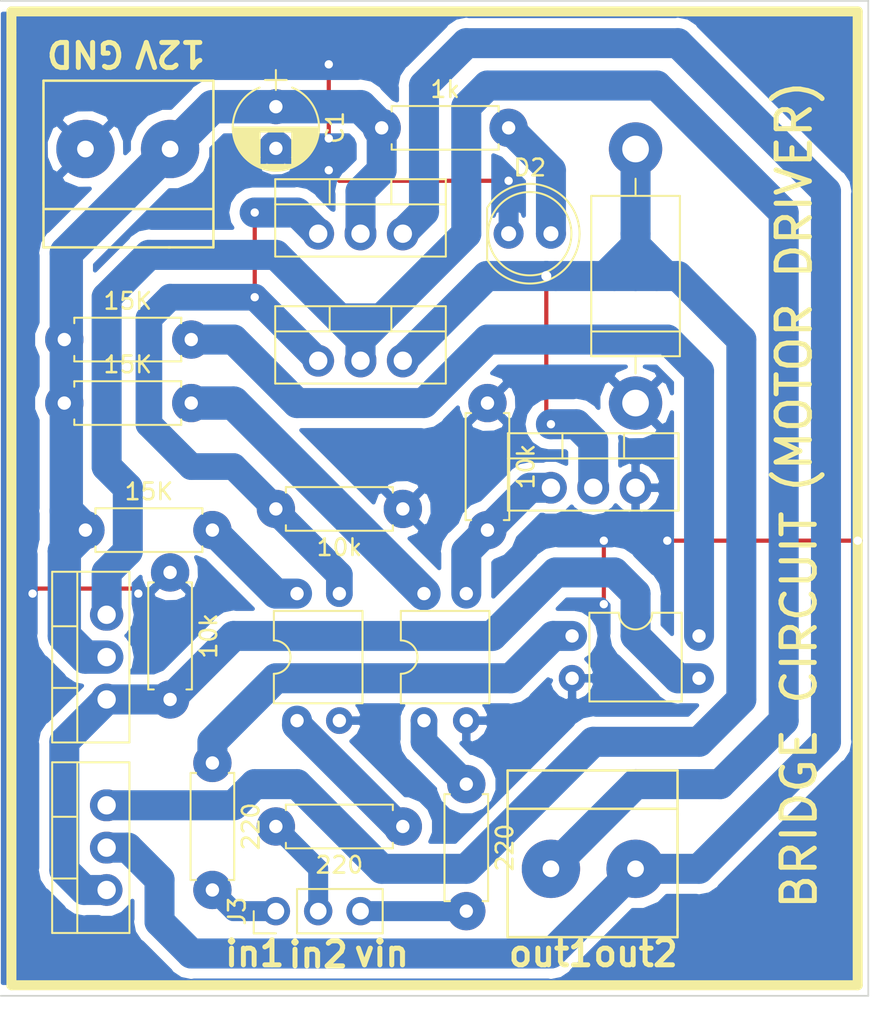
<source format=kicad_pcb>
(kicad_pcb (version 20171130) (host pcbnew "(5.0.2)-1")

  (general
    (thickness 1.6)
    (drawings 17)
    (tracks 176)
    (zones 0)
    (modules 24)
    (nets 19)
  )

  (page A4)
  (layers
    (0 F.Cu signal)
    (31 B.Cu signal)
    (32 B.Adhes user)
    (33 F.Adhes user)
    (34 B.Paste user)
    (35 F.Paste user)
    (36 B.SilkS user)
    (37 F.SilkS user)
    (38 B.Mask user)
    (39 F.Mask user)
    (40 Dwgs.User user)
    (41 Cmts.User user)
    (42 Eco1.User user)
    (43 Eco2.User user)
    (44 Edge.Cuts user)
    (45 Margin user)
    (46 B.CrtYd user)
    (47 F.CrtYd user)
    (48 B.Fab user)
    (49 F.Fab user)
  )

  (setup
    (last_trace_width 0.25)
    (user_trace_width 0.8)
    (user_trace_width 1.2)
    (user_trace_width 1.4)
    (user_trace_width 1.6)
    (user_trace_width 1.8)
    (user_trace_width 2)
    (user_trace_width 2.5)
    (user_trace_width 3)
    (trace_clearance 0.2)
    (zone_clearance 0.6)
    (zone_45_only no)
    (trace_min 0.2)
    (segment_width 0.2)
    (edge_width 0.1)
    (via_size 0.8)
    (via_drill 0.4)
    (via_min_size 0.4)
    (via_min_drill 0.3)
    (user_via 0.6 0.5)
    (user_via 0.8 0.6)
    (uvia_size 0.3)
    (uvia_drill 0.1)
    (uvias_allowed no)
    (uvia_min_size 0.2)
    (uvia_min_drill 0.1)
    (pcb_text_width 0.3)
    (pcb_text_size 1.5 1.5)
    (mod_edge_width 0.15)
    (mod_text_size 1 1)
    (mod_text_width 0.15)
    (pad_size 1.905 1.905)
    (pad_drill 1.1)
    (pad_to_mask_clearance 0)
    (solder_mask_min_width 0.25)
    (aux_axis_origin 0 0)
    (visible_elements 7FFFFFFF)
    (pcbplotparams
      (layerselection 0x010fc_ffffffff)
      (usegerberextensions false)
      (usegerberattributes false)
      (usegerberadvancedattributes false)
      (creategerberjobfile false)
      (excludeedgelayer true)
      (linewidth 0.100000)
      (plotframeref false)
      (viasonmask false)
      (mode 1)
      (useauxorigin false)
      (hpglpennumber 1)
      (hpglpenspeed 20)
      (hpglpendiameter 15.000000)
      (psnegative false)
      (psa4output false)
      (plotreference true)
      (plotvalue true)
      (plotinvisibletext false)
      (padsonsilk false)
      (subtractmaskfromsilk false)
      (outputformat 1)
      (mirror false)
      (drillshape 1)
      (scaleselection 1)
      (outputdirectory ""))
  )

  (net 0 "")
  (net 1 /12V)
  (net 2 GND)
  (net 3 "Net-(D1-Pad2)")
  (net 4 /out2)
  (net 5 /out1)
  (net 6 /In1)
  (net 7 /In2)
  (net 8 /pwm)
  (net 9 /B1)
  (net 10 /B2)
  (net 11 /p1)
  (net 12 "Net-(R1-Pad1)")
  (net 13 "Net-(R2-Pad2)")
  (net 14 "Net-(R4-Pad1)")
  (net 15 "Net-(R5-Pad1)")
  (net 16 "Net-(R6-Pad2)")
  (net 17 "Net-(R8-Pad2)")
  (net 18 "Net-(D2-Pad2)")

  (net_class Default "This is the default net class."
    (clearance 0.2)
    (trace_width 0.25)
    (via_dia 0.8)
    (via_drill 0.4)
    (uvia_dia 0.3)
    (uvia_drill 0.1)
    (add_net /12V)
    (add_net /B1)
    (add_net /B2)
    (add_net /In1)
    (add_net /In2)
    (add_net /out1)
    (add_net /out2)
    (add_net /p1)
    (add_net /pwm)
    (add_net GND)
    (add_net "Net-(D1-Pad2)")
    (add_net "Net-(D2-Pad2)")
    (add_net "Net-(R1-Pad1)")
    (add_net "Net-(R2-Pad2)")
    (add_net "Net-(R4-Pad1)")
    (add_net "Net-(R5-Pad1)")
    (add_net "Net-(R6-Pad2)")
    (add_net "Net-(R8-Pad2)")
  )

  (module modFiles:Capacitor_10uF (layer F.Cu) (tedit 5ADE220A) (tstamp 5E145485)
    (at 130.81 45.72 270)
    (descr "CP, Radial series, Radial, pin pitch=2.50mm, , diameter=5mm, Electrolytic Capacitor")
    (tags "CP Radial series Radial pin pitch 2.50mm  diameter 5mm Electrolytic Capacitor")
    (path /5DC85A5E)
    (fp_text reference C1 (at 1.25 -3.56 270) (layer F.SilkS)
      (effects (font (size 1 1) (thickness 0.15)))
    )
    (fp_text value CP (at 1.25 3.56 270) (layer F.Fab)
      (effects (font (size 1 1) (thickness 0.15)))
    )
    (fp_arc (start 1.25 0) (end -1.147436 -0.98) (angle 135.5) (layer F.SilkS) (width 0.12))
    (fp_arc (start 1.25 0) (end -1.147436 0.98) (angle -135.5) (layer F.SilkS) (width 0.12))
    (fp_arc (start 1.25 0) (end 3.647436 -0.98) (angle 44.5) (layer F.SilkS) (width 0.12))
    (fp_circle (center 1.25 0) (end 3.75 0) (layer F.Fab) (width 0.1))
    (fp_line (start -2.2 0) (end -1 0) (layer F.Fab) (width 0.1))
    (fp_line (start -1.6 -0.65) (end -1.6 0.65) (layer F.Fab) (width 0.1))
    (fp_line (start 1.25 -2.55) (end 1.25 2.55) (layer F.SilkS) (width 0.12))
    (fp_line (start 1.29 -2.55) (end 1.29 2.55) (layer F.SilkS) (width 0.12))
    (fp_line (start 1.33 -2.549) (end 1.33 2.549) (layer F.SilkS) (width 0.12))
    (fp_line (start 1.37 -2.548) (end 1.37 2.548) (layer F.SilkS) (width 0.12))
    (fp_line (start 1.41 -2.546) (end 1.41 2.546) (layer F.SilkS) (width 0.12))
    (fp_line (start 1.45 -2.543) (end 1.45 2.543) (layer F.SilkS) (width 0.12))
    (fp_line (start 1.49 -2.539) (end 1.49 2.539) (layer F.SilkS) (width 0.12))
    (fp_line (start 1.53 -2.535) (end 1.53 -0.98) (layer F.SilkS) (width 0.12))
    (fp_line (start 1.53 0.98) (end 1.53 2.535) (layer F.SilkS) (width 0.12))
    (fp_line (start 1.57 -2.531) (end 1.57 -0.98) (layer F.SilkS) (width 0.12))
    (fp_line (start 1.57 0.98) (end 1.57 2.531) (layer F.SilkS) (width 0.12))
    (fp_line (start 1.61 -2.525) (end 1.61 -0.98) (layer F.SilkS) (width 0.12))
    (fp_line (start 1.61 0.98) (end 1.61 2.525) (layer F.SilkS) (width 0.12))
    (fp_line (start 1.65 -2.519) (end 1.65 -0.98) (layer F.SilkS) (width 0.12))
    (fp_line (start 1.65 0.98) (end 1.65 2.519) (layer F.SilkS) (width 0.12))
    (fp_line (start 1.69 -2.513) (end 1.69 -0.98) (layer F.SilkS) (width 0.12))
    (fp_line (start 1.69 0.98) (end 1.69 2.513) (layer F.SilkS) (width 0.12))
    (fp_line (start 1.73 -2.506) (end 1.73 -0.98) (layer F.SilkS) (width 0.12))
    (fp_line (start 1.73 0.98) (end 1.73 2.506) (layer F.SilkS) (width 0.12))
    (fp_line (start 1.77 -2.498) (end 1.77 -0.98) (layer F.SilkS) (width 0.12))
    (fp_line (start 1.77 0.98) (end 1.77 2.498) (layer F.SilkS) (width 0.12))
    (fp_line (start 1.81 -2.489) (end 1.81 -0.98) (layer F.SilkS) (width 0.12))
    (fp_line (start 1.81 0.98) (end 1.81 2.489) (layer F.SilkS) (width 0.12))
    (fp_line (start 1.85 -2.48) (end 1.85 -0.98) (layer F.SilkS) (width 0.12))
    (fp_line (start 1.85 0.98) (end 1.85 2.48) (layer F.SilkS) (width 0.12))
    (fp_line (start 1.89 -2.47) (end 1.89 -0.98) (layer F.SilkS) (width 0.12))
    (fp_line (start 1.89 0.98) (end 1.89 2.47) (layer F.SilkS) (width 0.12))
    (fp_line (start 1.93 -2.46) (end 1.93 -0.98) (layer F.SilkS) (width 0.12))
    (fp_line (start 1.93 0.98) (end 1.93 2.46) (layer F.SilkS) (width 0.12))
    (fp_line (start 1.971 -2.448) (end 1.971 -0.98) (layer F.SilkS) (width 0.12))
    (fp_line (start 1.971 0.98) (end 1.971 2.448) (layer F.SilkS) (width 0.12))
    (fp_line (start 2.011 -2.436) (end 2.011 -0.98) (layer F.SilkS) (width 0.12))
    (fp_line (start 2.011 0.98) (end 2.011 2.436) (layer F.SilkS) (width 0.12))
    (fp_line (start 2.051 -2.424) (end 2.051 -0.98) (layer F.SilkS) (width 0.12))
    (fp_line (start 2.051 0.98) (end 2.051 2.424) (layer F.SilkS) (width 0.12))
    (fp_line (start 2.091 -2.41) (end 2.091 -0.98) (layer F.SilkS) (width 0.12))
    (fp_line (start 2.091 0.98) (end 2.091 2.41) (layer F.SilkS) (width 0.12))
    (fp_line (start 2.131 -2.396) (end 2.131 -0.98) (layer F.SilkS) (width 0.12))
    (fp_line (start 2.131 0.98) (end 2.131 2.396) (layer F.SilkS) (width 0.12))
    (fp_line (start 2.171 -2.382) (end 2.171 -0.98) (layer F.SilkS) (width 0.12))
    (fp_line (start 2.171 0.98) (end 2.171 2.382) (layer F.SilkS) (width 0.12))
    (fp_line (start 2.211 -2.366) (end 2.211 -0.98) (layer F.SilkS) (width 0.12))
    (fp_line (start 2.211 0.98) (end 2.211 2.366) (layer F.SilkS) (width 0.12))
    (fp_line (start 2.251 -2.35) (end 2.251 -0.98) (layer F.SilkS) (width 0.12))
    (fp_line (start 2.251 0.98) (end 2.251 2.35) (layer F.SilkS) (width 0.12))
    (fp_line (start 2.291 -2.333) (end 2.291 -0.98) (layer F.SilkS) (width 0.12))
    (fp_line (start 2.291 0.98) (end 2.291 2.333) (layer F.SilkS) (width 0.12))
    (fp_line (start 2.331 -2.315) (end 2.331 -0.98) (layer F.SilkS) (width 0.12))
    (fp_line (start 2.331 0.98) (end 2.331 2.315) (layer F.SilkS) (width 0.12))
    (fp_line (start 2.371 -2.296) (end 2.371 -0.98) (layer F.SilkS) (width 0.12))
    (fp_line (start 2.371 0.98) (end 2.371 2.296) (layer F.SilkS) (width 0.12))
    (fp_line (start 2.411 -2.276) (end 2.411 -0.98) (layer F.SilkS) (width 0.12))
    (fp_line (start 2.411 0.98) (end 2.411 2.276) (layer F.SilkS) (width 0.12))
    (fp_line (start 2.451 -2.256) (end 2.451 -0.98) (layer F.SilkS) (width 0.12))
    (fp_line (start 2.451 0.98) (end 2.451 2.256) (layer F.SilkS) (width 0.12))
    (fp_line (start 2.491 -2.234) (end 2.491 -0.98) (layer F.SilkS) (width 0.12))
    (fp_line (start 2.491 0.98) (end 2.491 2.234) (layer F.SilkS) (width 0.12))
    (fp_line (start 2.531 -2.212) (end 2.531 -0.98) (layer F.SilkS) (width 0.12))
    (fp_line (start 2.531 0.98) (end 2.531 2.212) (layer F.SilkS) (width 0.12))
    (fp_line (start 2.571 -2.189) (end 2.571 -0.98) (layer F.SilkS) (width 0.12))
    (fp_line (start 2.571 0.98) (end 2.571 2.189) (layer F.SilkS) (width 0.12))
    (fp_line (start 2.611 -2.165) (end 2.611 -0.98) (layer F.SilkS) (width 0.12))
    (fp_line (start 2.611 0.98) (end 2.611 2.165) (layer F.SilkS) (width 0.12))
    (fp_line (start 2.651 -2.14) (end 2.651 -0.98) (layer F.SilkS) (width 0.12))
    (fp_line (start 2.651 0.98) (end 2.651 2.14) (layer F.SilkS) (width 0.12))
    (fp_line (start 2.691 -2.113) (end 2.691 -0.98) (layer F.SilkS) (width 0.12))
    (fp_line (start 2.691 0.98) (end 2.691 2.113) (layer F.SilkS) (width 0.12))
    (fp_line (start 2.731 -2.086) (end 2.731 -0.98) (layer F.SilkS) (width 0.12))
    (fp_line (start 2.731 0.98) (end 2.731 2.086) (layer F.SilkS) (width 0.12))
    (fp_line (start 2.771 -2.058) (end 2.771 -0.98) (layer F.SilkS) (width 0.12))
    (fp_line (start 2.771 0.98) (end 2.771 2.058) (layer F.SilkS) (width 0.12))
    (fp_line (start 2.811 -2.028) (end 2.811 -0.98) (layer F.SilkS) (width 0.12))
    (fp_line (start 2.811 0.98) (end 2.811 2.028) (layer F.SilkS) (width 0.12))
    (fp_line (start 2.851 -1.997) (end 2.851 -0.98) (layer F.SilkS) (width 0.12))
    (fp_line (start 2.851 0.98) (end 2.851 1.997) (layer F.SilkS) (width 0.12))
    (fp_line (start 2.891 -1.965) (end 2.891 -0.98) (layer F.SilkS) (width 0.12))
    (fp_line (start 2.891 0.98) (end 2.891 1.965) (layer F.SilkS) (width 0.12))
    (fp_line (start 2.931 -1.932) (end 2.931 -0.98) (layer F.SilkS) (width 0.12))
    (fp_line (start 2.931 0.98) (end 2.931 1.932) (layer F.SilkS) (width 0.12))
    (fp_line (start 2.971 -1.897) (end 2.971 -0.98) (layer F.SilkS) (width 0.12))
    (fp_line (start 2.971 0.98) (end 2.971 1.897) (layer F.SilkS) (width 0.12))
    (fp_line (start 3.011 -1.861) (end 3.011 -0.98) (layer F.SilkS) (width 0.12))
    (fp_line (start 3.011 0.98) (end 3.011 1.861) (layer F.SilkS) (width 0.12))
    (fp_line (start 3.051 -1.823) (end 3.051 -0.98) (layer F.SilkS) (width 0.12))
    (fp_line (start 3.051 0.98) (end 3.051 1.823) (layer F.SilkS) (width 0.12))
    (fp_line (start 3.091 -1.783) (end 3.091 -0.98) (layer F.SilkS) (width 0.12))
    (fp_line (start 3.091 0.98) (end 3.091 1.783) (layer F.SilkS) (width 0.12))
    (fp_line (start 3.131 -1.742) (end 3.131 -0.98) (layer F.SilkS) (width 0.12))
    (fp_line (start 3.131 0.98) (end 3.131 1.742) (layer F.SilkS) (width 0.12))
    (fp_line (start 3.171 -1.699) (end 3.171 -0.98) (layer F.SilkS) (width 0.12))
    (fp_line (start 3.171 0.98) (end 3.171 1.699) (layer F.SilkS) (width 0.12))
    (fp_line (start 3.211 -1.654) (end 3.211 -0.98) (layer F.SilkS) (width 0.12))
    (fp_line (start 3.211 0.98) (end 3.211 1.654) (layer F.SilkS) (width 0.12))
    (fp_line (start 3.251 -1.606) (end 3.251 -0.98) (layer F.SilkS) (width 0.12))
    (fp_line (start 3.251 0.98) (end 3.251 1.606) (layer F.SilkS) (width 0.12))
    (fp_line (start 3.291 -1.556) (end 3.291 -0.98) (layer F.SilkS) (width 0.12))
    (fp_line (start 3.291 0.98) (end 3.291 1.556) (layer F.SilkS) (width 0.12))
    (fp_line (start 3.331 -1.504) (end 3.331 -0.98) (layer F.SilkS) (width 0.12))
    (fp_line (start 3.331 0.98) (end 3.331 1.504) (layer F.SilkS) (width 0.12))
    (fp_line (start 3.371 -1.448) (end 3.371 -0.98) (layer F.SilkS) (width 0.12))
    (fp_line (start 3.371 0.98) (end 3.371 1.448) (layer F.SilkS) (width 0.12))
    (fp_line (start 3.411 -1.39) (end 3.411 -0.98) (layer F.SilkS) (width 0.12))
    (fp_line (start 3.411 0.98) (end 3.411 1.39) (layer F.SilkS) (width 0.12))
    (fp_line (start 3.451 -1.327) (end 3.451 -0.98) (layer F.SilkS) (width 0.12))
    (fp_line (start 3.451 0.98) (end 3.451 1.327) (layer F.SilkS) (width 0.12))
    (fp_line (start 3.491 -1.261) (end 3.491 1.261) (layer F.SilkS) (width 0.12))
    (fp_line (start 3.531 -1.189) (end 3.531 1.189) (layer F.SilkS) (width 0.12))
    (fp_line (start 3.571 -1.112) (end 3.571 1.112) (layer F.SilkS) (width 0.12))
    (fp_line (start 3.611 -1.028) (end 3.611 1.028) (layer F.SilkS) (width 0.12))
    (fp_line (start 3.651 -0.934) (end 3.651 0.934) (layer F.SilkS) (width 0.12))
    (fp_line (start 3.691 -0.829) (end 3.691 0.829) (layer F.SilkS) (width 0.12))
    (fp_line (start 3.731 -0.707) (end 3.731 0.707) (layer F.SilkS) (width 0.12))
    (fp_line (start 3.771 -0.559) (end 3.771 0.559) (layer F.SilkS) (width 0.12))
    (fp_line (start 3.811 -0.354) (end 3.811 0.354) (layer F.SilkS) (width 0.12))
    (fp_line (start -2.2 0) (end -1 0) (layer F.SilkS) (width 0.12))
    (fp_line (start -1.6 -0.65) (end -1.6 0.65) (layer F.SilkS) (width 0.12))
    (fp_line (start -1.6 -2.85) (end -1.6 2.85) (layer F.CrtYd) (width 0.05))
    (fp_line (start -1.6 2.85) (end 4.1 2.85) (layer F.CrtYd) (width 0.05))
    (fp_line (start 4.1 2.85) (end 4.1 -2.85) (layer F.CrtYd) (width 0.05))
    (fp_line (start 4.1 -2.85) (end -1.6 -2.85) (layer F.CrtYd) (width 0.05))
    (pad 1 thru_hole circle (at 0 0 270) (size 2.1 2.1) (drill 0.8) (layers *.Cu *.Mask)
      (net 1 /12V))
    (pad 2 thru_hole circle (at 2.5 0 270) (size 2.1 2.1) (drill 0.8) (layers *.Cu *.Mask)
      (net 2 GND))
    (model Capacitors_THT.3dshapes/CP_Radial_D5.0mm_P2.50mm.wrl
      (at (xyz 0 0 0))
      (scale (xyz 0.393701 0.393701 0.393701))
      (rotate (xyz 0 0 0))
    )
    (model _3D/Used/CP_Radial_D5.0mm_P2.50mm.wrl
      (at (xyz 0 0 0))
      (scale (xyz 0.393701 0.393701 0.393701))
      (rotate (xyz 0 0 0))
    )
  )

  (module modFiles:Diode_Medium (layer F.Cu) (tedit 5E148B29) (tstamp 5E14549D)
    (at 152.4 63.5 90)
    (descr "D, DO-201AD series, Axial, Horizontal, pin pitch=15.24mm, , length*diameter=9.5*5.2mm^2, , http://www.diodes.com/_files/packages/DO-201AD.pdf")
    (tags "D DO-201AD series Axial Horizontal pin pitch 15.24mm  length 9.5mm diameter 5.2mm")
    (path /5E148A7E)
    (fp_text reference D1 (at 7.62 -3.66 90) (layer F.SilkS) hide
      (effects (font (size 1 1) (thickness 0.15)))
    )
    (fp_text value DIODE (at 7.62 3.66 90) (layer F.Fab)
      (effects (font (size 1 1) (thickness 0.15)))
    )
    (fp_line (start 2.87 -2.6) (end 2.87 2.6) (layer F.Fab) (width 0.1))
    (fp_line (start 2.87 2.6) (end 12.37 2.6) (layer F.Fab) (width 0.1))
    (fp_line (start 12.37 2.6) (end 12.37 -2.6) (layer F.Fab) (width 0.1))
    (fp_line (start 12.37 -2.6) (end 2.87 -2.6) (layer F.Fab) (width 0.1))
    (fp_line (start 0 0) (end 2.87 0) (layer F.Fab) (width 0.1))
    (fp_line (start 15.24 0) (end 12.37 0) (layer F.Fab) (width 0.1))
    (fp_line (start 4.295 -2.6) (end 4.295 2.6) (layer F.Fab) (width 0.1))
    (fp_line (start 2.81 -2.66) (end 2.81 2.66) (layer F.SilkS) (width 0.12))
    (fp_line (start 2.81 2.66) (end 12.43 2.66) (layer F.SilkS) (width 0.12))
    (fp_line (start 12.43 2.66) (end 12.43 -2.66) (layer F.SilkS) (width 0.12))
    (fp_line (start 12.43 -2.66) (end 2.81 -2.66) (layer F.SilkS) (width 0.12))
    (fp_line (start 1.78 0) (end 2.81 0) (layer F.SilkS) (width 0.12))
    (fp_line (start 13.46 0) (end 12.43 0) (layer F.SilkS) (width 0.12))
    (fp_line (start 4.295 -2.66) (end 4.295 2.66) (layer F.SilkS) (width 0.12))
    (fp_line (start -1.85 -2.95) (end -1.85 2.95) (layer F.CrtYd) (width 0.05))
    (fp_line (start -1.85 2.95) (end 17.1 2.95) (layer F.CrtYd) (width 0.05))
    (fp_line (start 17.1 2.95) (end 17.1 -2.95) (layer F.CrtYd) (width 0.05))
    (fp_line (start 17.1 -2.95) (end -1.85 -2.95) (layer F.CrtYd) (width 0.05))
    (pad 1 thru_hole circle (at 0 0 90) (size 3.2 3.2) (drill 1.6) (layers *.Cu *.Mask)
      (net 2 GND))
    (pad 2 thru_hole oval (at 15.24 0 90) (size 3.2 3.2) (drill 1.6) (layers *.Cu *.Mask)
      (net 3 "Net-(D1-Pad2)"))
    (model _3D/Used/D_DO-15_P10.16mm_Horizontal.wrl
      (at (xyz 0 0 0))
      (scale (xyz 0.6 0.6 0.6))
      (rotate (xyz 0 0 0))
    )
  )

  (module modFiles:Connector_Bornier_2 (layer F.Cu) (tedit 5E148B15) (tstamp 5E1454B1)
    (at 147.32 91.44)
    (descr "Bornier d'alimentation 2 pins")
    (tags DEV)
    (path /5DC84749)
    (fp_text reference J1 (at 2.4 -7) (layer F.SilkS) hide
      (effects (font (size 1 1) (thickness 0.15)))
    )
    (fp_text value Conn_01x02 (at 2.54 5.08) (layer F.Fab)
      (effects (font (size 1 1) (thickness 0.15)))
    )
    (fp_line (start 7.6 -3.8) (end 7.6 -3.2) (layer F.SilkS) (width 0.15))
    (fp_line (start 7.6 -5.9) (end 7.6 -3.8) (layer F.SilkS) (width 0.15))
    (fp_line (start 0 -5.9) (end 7.6 -5.9) (layer F.SilkS) (width 0.15))
    (fp_line (start -2.6 -5.9) (end 0.1 -5.9) (layer F.SilkS) (width 0.15))
    (fp_line (start -2.6 3.8) (end -2.6 -5.9) (layer F.SilkS) (width 0.15))
    (fp_line (start 7.6 4.1) (end 7.6 3.6) (layer F.SilkS) (width 0.15))
    (fp_line (start -2.6 4.1) (end 7.6 4.1) (layer F.SilkS) (width 0.15))
    (fp_line (start -2.6 3.7) (end -2.6 4.1) (layer F.SilkS) (width 0.15))
    (fp_line (start 7.6 3.7) (end 7.6 -3.3) (layer F.SilkS) (width 0.15))
    (fp_line (start -2.5 -3.6) (end 7.5 -3.6) (layer F.SilkS) (width 0.15))
    (fp_line (start 7.5 -5.8) (end -2.5 -5.8) (layer F.Fab) (width 0.15))
    (fp_line (start 7.5 -3.7) (end 7.5 -5.8) (layer F.Fab) (width 0.15))
    (fp_line (start -2.5 -3.7) (end 7.5 -3.7) (layer F.Fab) (width 0.15))
    (fp_line (start -2.5 -5.8) (end -2.5 -3.7) (layer F.Fab) (width 0.15))
    (pad 2 thru_hole circle (at 5.08 0) (size 3.5 3.5) (drill 1) (layers *.Cu *.Mask)
      (net 4 /out2))
    (pad 1 thru_hole circle (at 0 0) (size 3.5 3.5) (drill 1) (layers *.Cu *.Mask)
      (net 5 /out1))
    (model _3D/Used/Pheonix_MKDS1.5-2pol.wrl
      (offset (xyz 2.539999961853027 0 0))
      (scale (xyz 1 1 1))
      (rotate (xyz 0 0 0))
    )
  )

  (module modFiles:Connector_Bornier_2 (layer F.Cu) (tedit 5E148B1E) (tstamp 5E1454C5)
    (at 124.46 48.26 180)
    (descr "Bornier d'alimentation 2 pins")
    (tags DEV)
    (path /5DC847B5)
    (fp_text reference J2 (at 2.4 -7 180) (layer F.SilkS) hide
      (effects (font (size 1 1) (thickness 0.15)))
    )
    (fp_text value Conn_01x02 (at 2.54 5.08 180) (layer F.Fab)
      (effects (font (size 1 1) (thickness 0.15)))
    )
    (fp_line (start -2.5 -5.8) (end -2.5 -3.7) (layer F.Fab) (width 0.15))
    (fp_line (start -2.5 -3.7) (end 7.5 -3.7) (layer F.Fab) (width 0.15))
    (fp_line (start 7.5 -3.7) (end 7.5 -5.8) (layer F.Fab) (width 0.15))
    (fp_line (start 7.5 -5.8) (end -2.5 -5.8) (layer F.Fab) (width 0.15))
    (fp_line (start -2.5 -3.6) (end 7.5 -3.6) (layer F.SilkS) (width 0.15))
    (fp_line (start 7.6 3.7) (end 7.6 -3.3) (layer F.SilkS) (width 0.15))
    (fp_line (start -2.6 3.7) (end -2.6 4.1) (layer F.SilkS) (width 0.15))
    (fp_line (start -2.6 4.1) (end 7.6 4.1) (layer F.SilkS) (width 0.15))
    (fp_line (start 7.6 4.1) (end 7.6 3.6) (layer F.SilkS) (width 0.15))
    (fp_line (start -2.6 3.8) (end -2.6 -5.9) (layer F.SilkS) (width 0.15))
    (fp_line (start -2.6 -5.9) (end 0.1 -5.9) (layer F.SilkS) (width 0.15))
    (fp_line (start 0 -5.9) (end 7.6 -5.9) (layer F.SilkS) (width 0.15))
    (fp_line (start 7.6 -5.9) (end 7.6 -3.8) (layer F.SilkS) (width 0.15))
    (fp_line (start 7.6 -3.8) (end 7.6 -3.2) (layer F.SilkS) (width 0.15))
    (pad 1 thru_hole circle (at 0 0 180) (size 3.5 3.5) (drill 1) (layers *.Cu *.Mask)
      (net 1 /12V))
    (pad 2 thru_hole circle (at 5.08 0 180) (size 3.5 3.5) (drill 1) (layers *.Cu *.Mask)
      (net 2 GND))
    (model _3D/Used/Pheonix_MKDS1.5-2pol.wrl
      (offset (xyz 2.539999961853027 0 0))
      (scale (xyz 1 1 1))
      (rotate (xyz 0 0 0))
    )
  )

  (module Connector_PinHeader_2.54mm:PinHeader_1x03_P2.54mm_Vertical (layer F.Cu) (tedit 5E144EDD) (tstamp 5E1454DC)
    (at 130.81 93.98 90)
    (descr "Through hole straight pin header, 1x03, 2.54mm pitch, single row")
    (tags "Through hole pin header THT 1x03 2.54mm single row")
    (path /5DC85484)
    (fp_text reference J3 (at 0 -2.33 90) (layer F.SilkS)
      (effects (font (size 1 1) (thickness 0.15)))
    )
    (fp_text value Conn_01x03_Male (at 0 7.41 90) (layer F.Fab)
      (effects (font (size 1 1) (thickness 0.15)))
    )
    (fp_line (start -0.635 -1.27) (end 1.27 -1.27) (layer F.Fab) (width 0.1))
    (fp_line (start 1.27 -1.27) (end 1.27 6.35) (layer F.Fab) (width 0.1))
    (fp_line (start 1.27 6.35) (end -1.27 6.35) (layer F.Fab) (width 0.1))
    (fp_line (start -1.27 6.35) (end -1.27 -0.635) (layer F.Fab) (width 0.1))
    (fp_line (start -1.27 -0.635) (end -0.635 -1.27) (layer F.Fab) (width 0.1))
    (fp_line (start -1.33 6.41) (end 1.33 6.41) (layer F.SilkS) (width 0.12))
    (fp_line (start -1.33 1.27) (end -1.33 6.41) (layer F.SilkS) (width 0.12))
    (fp_line (start 1.33 1.27) (end 1.33 6.41) (layer F.SilkS) (width 0.12))
    (fp_line (start -1.33 1.27) (end 1.33 1.27) (layer F.SilkS) (width 0.12))
    (fp_line (start -1.33 0) (end -1.33 -1.33) (layer F.SilkS) (width 0.12))
    (fp_line (start -1.33 -1.33) (end 0 -1.33) (layer F.SilkS) (width 0.12))
    (fp_line (start -1.8 -1.8) (end -1.8 6.85) (layer F.CrtYd) (width 0.05))
    (fp_line (start -1.8 6.85) (end 1.8 6.85) (layer F.CrtYd) (width 0.05))
    (fp_line (start 1.8 6.85) (end 1.8 -1.8) (layer F.CrtYd) (width 0.05))
    (fp_line (start 1.8 -1.8) (end -1.8 -1.8) (layer F.CrtYd) (width 0.05))
    (fp_text user %R (at 0 2.54 180) (layer F.Fab)
      (effects (font (size 1 1) (thickness 0.15)))
    )
    (pad 1 thru_hole circle (at 0 0 90) (size 1.7 1.7) (drill 1) (layers *.Cu *.Mask)
      (net 6 /In1))
    (pad 2 thru_hole oval (at 0 2.54 90) (size 1.7 1.7) (drill 1) (layers *.Cu *.Mask)
      (net 7 /In2))
    (pad 3 thru_hole oval (at 0 5.08 90) (size 1.7 1.7) (drill 1) (layers *.Cu *.Mask)
      (net 8 /pwm))
    (model ${KISYS3DMOD}/Connector_PinHeader_2.54mm.3dshapes/PinHeader_1x03_P2.54mm_Vertical.wrl
      (at (xyz 0 0 0))
      (scale (xyz 1 1 1))
      (rotate (xyz 0 0 0))
    )
  )

  (module Package_TO_SOT_THT:TO-220-3_Vertical (layer F.Cu) (tedit 5E148B3C) (tstamp 5E1454F6)
    (at 120.65 81.28 90)
    (descr "TO-220-3, Vertical, RM 2.54mm, see https://www.vishay.com/docs/66542/to-220-1.pdf")
    (tags "TO-220-3 Vertical RM 2.54mm")
    (path /5DC83DDE)
    (fp_text reference Q1 (at 2.54 -4.27 90) (layer F.SilkS) hide
      (effects (font (size 1 1) (thickness 0.15)))
    )
    (fp_text value IRF540N (at 2.54 2.5 90) (layer F.Fab)
      (effects (font (size 1 1) (thickness 0.15)))
    )
    (fp_line (start -2.46 -3.15) (end -2.46 1.25) (layer F.Fab) (width 0.1))
    (fp_line (start -2.46 1.25) (end 7.54 1.25) (layer F.Fab) (width 0.1))
    (fp_line (start 7.54 1.25) (end 7.54 -3.15) (layer F.Fab) (width 0.1))
    (fp_line (start 7.54 -3.15) (end -2.46 -3.15) (layer F.Fab) (width 0.1))
    (fp_line (start -2.46 -1.88) (end 7.54 -1.88) (layer F.Fab) (width 0.1))
    (fp_line (start 0.69 -3.15) (end 0.69 -1.88) (layer F.Fab) (width 0.1))
    (fp_line (start 4.39 -3.15) (end 4.39 -1.88) (layer F.Fab) (width 0.1))
    (fp_line (start -2.58 -3.27) (end 7.66 -3.27) (layer F.SilkS) (width 0.12))
    (fp_line (start -2.58 1.371) (end 7.66 1.371) (layer F.SilkS) (width 0.12))
    (fp_line (start -2.58 -3.27) (end -2.58 1.371) (layer F.SilkS) (width 0.12))
    (fp_line (start 7.66 -3.27) (end 7.66 1.371) (layer F.SilkS) (width 0.12))
    (fp_line (start -2.58 -1.76) (end 7.66 -1.76) (layer F.SilkS) (width 0.12))
    (fp_line (start 0.69 -3.27) (end 0.69 -1.76) (layer F.SilkS) (width 0.12))
    (fp_line (start 4.391 -3.27) (end 4.391 -1.76) (layer F.SilkS) (width 0.12))
    (fp_line (start -2.71 -3.4) (end -2.71 1.51) (layer F.CrtYd) (width 0.05))
    (fp_line (start -2.71 1.51) (end 7.79 1.51) (layer F.CrtYd) (width 0.05))
    (fp_line (start 7.79 1.51) (end 7.79 -3.4) (layer F.CrtYd) (width 0.05))
    (fp_line (start 7.79 -3.4) (end -2.71 -3.4) (layer F.CrtYd) (width 0.05))
    (fp_text user %R (at 2.54 -4.27 90) (layer F.Fab)
      (effects (font (size 1 1) (thickness 0.15)))
    )
    (pad 1 thru_hole circle (at 0 0 90) (size 1.905 1.905) (drill 1.1) (layers *.Cu *.Mask)
      (net 9 /B1))
    (pad 2 thru_hole oval (at 2.54 0 90) (size 1.905 2) (drill 1.1) (layers *.Cu *.Mask)
      (net 1 /12V))
    (pad 3 thru_hole oval (at 5.08 0 90) (size 1.905 2) (drill 1.1) (layers *.Cu *.Mask)
      (net 5 /out1))
    (model ${KISYS3DMOD}/Package_TO_SOT_THT.3dshapes/TO-220-3_Vertical.wrl
      (at (xyz 0 0 0))
      (scale (xyz 1 1 1))
      (rotate (xyz 0 0 0))
    )
  )

  (module Package_TO_SOT_THT:TO-220-3_Vertical (layer F.Cu) (tedit 5E148AC0) (tstamp 5E145510)
    (at 133.35 60.96)
    (descr "TO-220-3, Vertical, RM 2.54mm, see https://www.vishay.com/docs/66542/to-220-1.pdf")
    (tags "TO-220-3 Vertical RM 2.54mm")
    (path /5DC840BA)
    (fp_text reference "" (at 2.54 -4.27) (layer F.SilkS) hide
      (effects (font (size 1 1) (thickness 0.15)))
    )
    (fp_text value IRF540N (at 2.54 2.5) (layer F.Fab)
      (effects (font (size 1 1) (thickness 0.15)))
    )
    (fp_text user %R (at 2.54 -4.27) (layer F.Fab)
      (effects (font (size 1 1) (thickness 0.15)))
    )
    (fp_line (start 7.79 -3.4) (end -2.71 -3.4) (layer F.CrtYd) (width 0.05))
    (fp_line (start 7.79 1.51) (end 7.79 -3.4) (layer F.CrtYd) (width 0.05))
    (fp_line (start -2.71 1.51) (end 7.79 1.51) (layer F.CrtYd) (width 0.05))
    (fp_line (start -2.71 -3.4) (end -2.71 1.51) (layer F.CrtYd) (width 0.05))
    (fp_line (start 4.391 -3.27) (end 4.391 -1.76) (layer F.SilkS) (width 0.12))
    (fp_line (start 0.69 -3.27) (end 0.69 -1.76) (layer F.SilkS) (width 0.12))
    (fp_line (start -2.58 -1.76) (end 7.66 -1.76) (layer F.SilkS) (width 0.12))
    (fp_line (start 7.66 -3.27) (end 7.66 1.371) (layer F.SilkS) (width 0.12))
    (fp_line (start -2.58 -3.27) (end -2.58 1.371) (layer F.SilkS) (width 0.12))
    (fp_line (start -2.58 1.371) (end 7.66 1.371) (layer F.SilkS) (width 0.12))
    (fp_line (start -2.58 -3.27) (end 7.66 -3.27) (layer F.SilkS) (width 0.12))
    (fp_line (start 4.39 -3.15) (end 4.39 -1.88) (layer F.Fab) (width 0.1))
    (fp_line (start 0.69 -3.15) (end 0.69 -1.88) (layer F.Fab) (width 0.1))
    (fp_line (start -2.46 -1.88) (end 7.54 -1.88) (layer F.Fab) (width 0.1))
    (fp_line (start 7.54 -3.15) (end -2.46 -3.15) (layer F.Fab) (width 0.1))
    (fp_line (start 7.54 1.25) (end 7.54 -3.15) (layer F.Fab) (width 0.1))
    (fp_line (start -2.46 1.25) (end 7.54 1.25) (layer F.Fab) (width 0.1))
    (fp_line (start -2.46 -3.15) (end -2.46 1.25) (layer F.Fab) (width 0.1))
    (pad 3 thru_hole oval (at 5.08 0) (size 1.905 2) (drill 1.1) (layers *.Cu *.Mask)
      (net 3 "Net-(D1-Pad2)"))
    (pad 2 thru_hole oval (at 2.54 0) (size 1.905 2) (drill 1.1) (layers *.Cu *.Mask)
      (net 5 /out1))
    (pad 1 thru_hole circle (at 0 0) (size 1.905 1.905) (drill 1.1) (layers *.Cu *.Mask)
      (net 10 /B2))
    (model ${KISYS3DMOD}/Package_TO_SOT_THT.3dshapes/TO-220-3_Vertical.wrl
      (at (xyz 0 0 0))
      (scale (xyz 1 1 1))
      (rotate (xyz 0 0 0))
    )
  )

  (module Package_TO_SOT_THT:TO-220-3_Vertical (layer F.Cu) (tedit 5E148B45) (tstamp 5E14552A)
    (at 147.32 68.58)
    (descr "TO-220-3, Vertical, RM 2.54mm, see https://www.vishay.com/docs/66542/to-220-1.pdf")
    (tags "TO-220-3 Vertical RM 2.54mm")
    (path /5E146640)
    (fp_text reference Q3 (at 2.54 -4.27) (layer F.SilkS) hide
      (effects (font (size 1 1) (thickness 0.15)))
    )
    (fp_text value IRF540N (at 2.54 2.5) (layer F.Fab)
      (effects (font (size 1 1) (thickness 0.15)))
    )
    (fp_text user %R (at 2.54 -4.27) (layer F.Fab)
      (effects (font (size 1 1) (thickness 0.15)))
    )
    (fp_line (start 7.79 -3.4) (end -2.71 -3.4) (layer F.CrtYd) (width 0.05))
    (fp_line (start 7.79 1.51) (end 7.79 -3.4) (layer F.CrtYd) (width 0.05))
    (fp_line (start -2.71 1.51) (end 7.79 1.51) (layer F.CrtYd) (width 0.05))
    (fp_line (start -2.71 -3.4) (end -2.71 1.51) (layer F.CrtYd) (width 0.05))
    (fp_line (start 4.391 -3.27) (end 4.391 -1.76) (layer F.SilkS) (width 0.12))
    (fp_line (start 0.69 -3.27) (end 0.69 -1.76) (layer F.SilkS) (width 0.12))
    (fp_line (start -2.58 -1.76) (end 7.66 -1.76) (layer F.SilkS) (width 0.12))
    (fp_line (start 7.66 -3.27) (end 7.66 1.371) (layer F.SilkS) (width 0.12))
    (fp_line (start -2.58 -3.27) (end -2.58 1.371) (layer F.SilkS) (width 0.12))
    (fp_line (start -2.58 1.371) (end 7.66 1.371) (layer F.SilkS) (width 0.12))
    (fp_line (start -2.58 -3.27) (end 7.66 -3.27) (layer F.SilkS) (width 0.12))
    (fp_line (start 4.39 -3.15) (end 4.39 -1.88) (layer F.Fab) (width 0.1))
    (fp_line (start 0.69 -3.15) (end 0.69 -1.88) (layer F.Fab) (width 0.1))
    (fp_line (start -2.46 -1.88) (end 7.54 -1.88) (layer F.Fab) (width 0.1))
    (fp_line (start 7.54 -3.15) (end -2.46 -3.15) (layer F.Fab) (width 0.1))
    (fp_line (start 7.54 1.25) (end 7.54 -3.15) (layer F.Fab) (width 0.1))
    (fp_line (start -2.46 1.25) (end 7.54 1.25) (layer F.Fab) (width 0.1))
    (fp_line (start -2.46 -3.15) (end -2.46 1.25) (layer F.Fab) (width 0.1))
    (pad 3 thru_hole oval (at 5.08 0) (size 1.905 2) (drill 1.1) (layers *.Cu *.Mask)
      (net 2 GND))
    (pad 2 thru_hole oval (at 2.54 0) (size 1.905 2) (drill 1.1) (layers *.Cu *.Mask)
      (net 3 "Net-(D1-Pad2)"))
    (pad 1 thru_hole circle (at 0 0) (size 1.905 1.905) (drill 1.1) (layers *.Cu *.Mask)
      (net 11 /p1))
    (model ${KISYS3DMOD}/Package_TO_SOT_THT.3dshapes/TO-220-3_Vertical.wrl
      (at (xyz 0 0 0))
      (scale (xyz 1 1 1))
      (rotate (xyz 0 0 0))
    )
  )

  (module Package_TO_SOT_THT:TO-220-3_Vertical (layer F.Cu) (tedit 5E148B6B) (tstamp 5E145544)
    (at 133.35 53.34)
    (descr "TO-220-3, Vertical, RM 2.54mm, see https://www.vishay.com/docs/66542/to-220-1.pdf")
    (tags "TO-220-3 Vertical RM 2.54mm")
    (path /5DC83E74)
    (fp_text reference Q4 (at 2.54 -4.27) (layer F.SilkS) hide
      (effects (font (size 1 1) (thickness 0.15)))
    )
    (fp_text value IRF540N (at 2.54 2.5) (layer F.Fab)
      (effects (font (size 1 1) (thickness 0.15)))
    )
    (fp_line (start -2.46 -3.15) (end -2.46 1.25) (layer F.Fab) (width 0.1))
    (fp_line (start -2.46 1.25) (end 7.54 1.25) (layer F.Fab) (width 0.1))
    (fp_line (start 7.54 1.25) (end 7.54 -3.15) (layer F.Fab) (width 0.1))
    (fp_line (start 7.54 -3.15) (end -2.46 -3.15) (layer F.Fab) (width 0.1))
    (fp_line (start -2.46 -1.88) (end 7.54 -1.88) (layer F.Fab) (width 0.1))
    (fp_line (start 0.69 -3.15) (end 0.69 -1.88) (layer F.Fab) (width 0.1))
    (fp_line (start 4.39 -3.15) (end 4.39 -1.88) (layer F.Fab) (width 0.1))
    (fp_line (start -2.58 -3.27) (end 7.66 -3.27) (layer F.SilkS) (width 0.12))
    (fp_line (start -2.58 1.371) (end 7.66 1.371) (layer F.SilkS) (width 0.12))
    (fp_line (start -2.58 -3.27) (end -2.58 1.371) (layer F.SilkS) (width 0.12))
    (fp_line (start 7.66 -3.27) (end 7.66 1.371) (layer F.SilkS) (width 0.12))
    (fp_line (start -2.58 -1.76) (end 7.66 -1.76) (layer F.SilkS) (width 0.12))
    (fp_line (start 0.69 -3.27) (end 0.69 -1.76) (layer F.SilkS) (width 0.12))
    (fp_line (start 4.391 -3.27) (end 4.391 -1.76) (layer F.SilkS) (width 0.12))
    (fp_line (start -2.71 -3.4) (end -2.71 1.51) (layer F.CrtYd) (width 0.05))
    (fp_line (start -2.71 1.51) (end 7.79 1.51) (layer F.CrtYd) (width 0.05))
    (fp_line (start 7.79 1.51) (end 7.79 -3.4) (layer F.CrtYd) (width 0.05))
    (fp_line (start 7.79 -3.4) (end -2.71 -3.4) (layer F.CrtYd) (width 0.05))
    (fp_text user %R (at 2.54 -4.27) (layer F.Fab)
      (effects (font (size 1 1) (thickness 0.15)))
    )
    (pad 1 thru_hole circle (at 0 0) (size 1.905 1.905) (drill 1.1) (layers *.Cu *.Mask)
      (net 10 /B2))
    (pad 2 thru_hole oval (at 2.54 0) (size 1.905 2) (drill 1.1) (layers *.Cu *.Mask)
      (net 1 /12V))
    (pad 3 thru_hole oval (at 5.08 0) (size 1.905 2) (drill 1.1) (layers *.Cu *.Mask)
      (net 4 /out2))
    (model ${KISYS3DMOD}/Package_TO_SOT_THT.3dshapes/TO-220-3_Vertical.wrl
      (at (xyz 0 0 0))
      (scale (xyz 1 1 1))
      (rotate (xyz 0 0 0))
    )
  )

  (module Package_TO_SOT_THT:TO-220-3_Vertical (layer F.Cu) (tedit 5E148B34) (tstamp 5E14555E)
    (at 120.65 92.71 90)
    (descr "TO-220-3, Vertical, RM 2.54mm, see https://www.vishay.com/docs/66542/to-220-1.pdf")
    (tags "TO-220-3 Vertical RM 2.54mm")
    (path /5DC840FF)
    (fp_text reference Q5 (at 2.54 -4.27 90) (layer F.SilkS) hide
      (effects (font (size 1 1) (thickness 0.15)))
    )
    (fp_text value IRF540N (at 2.54 2.5 90) (layer F.Fab)
      (effects (font (size 1 1) (thickness 0.15)))
    )
    (fp_line (start -2.46 -3.15) (end -2.46 1.25) (layer F.Fab) (width 0.1))
    (fp_line (start -2.46 1.25) (end 7.54 1.25) (layer F.Fab) (width 0.1))
    (fp_line (start 7.54 1.25) (end 7.54 -3.15) (layer F.Fab) (width 0.1))
    (fp_line (start 7.54 -3.15) (end -2.46 -3.15) (layer F.Fab) (width 0.1))
    (fp_line (start -2.46 -1.88) (end 7.54 -1.88) (layer F.Fab) (width 0.1))
    (fp_line (start 0.69 -3.15) (end 0.69 -1.88) (layer F.Fab) (width 0.1))
    (fp_line (start 4.39 -3.15) (end 4.39 -1.88) (layer F.Fab) (width 0.1))
    (fp_line (start -2.58 -3.27) (end 7.66 -3.27) (layer F.SilkS) (width 0.12))
    (fp_line (start -2.58 1.371) (end 7.66 1.371) (layer F.SilkS) (width 0.12))
    (fp_line (start -2.58 -3.27) (end -2.58 1.371) (layer F.SilkS) (width 0.12))
    (fp_line (start 7.66 -3.27) (end 7.66 1.371) (layer F.SilkS) (width 0.12))
    (fp_line (start -2.58 -1.76) (end 7.66 -1.76) (layer F.SilkS) (width 0.12))
    (fp_line (start 0.69 -3.27) (end 0.69 -1.76) (layer F.SilkS) (width 0.12))
    (fp_line (start 4.391 -3.27) (end 4.391 -1.76) (layer F.SilkS) (width 0.12))
    (fp_line (start -2.71 -3.4) (end -2.71 1.51) (layer F.CrtYd) (width 0.05))
    (fp_line (start -2.71 1.51) (end 7.79 1.51) (layer F.CrtYd) (width 0.05))
    (fp_line (start 7.79 1.51) (end 7.79 -3.4) (layer F.CrtYd) (width 0.05))
    (fp_line (start 7.79 -3.4) (end -2.71 -3.4) (layer F.CrtYd) (width 0.05))
    (fp_text user %R (at 2.54 -4.27 90) (layer F.Fab)
      (effects (font (size 1 1) (thickness 0.15)))
    )
    (pad 1 thru_hole circle (at 0 0 90) (size 1.905 1.905) (drill 1.1) (layers *.Cu *.Mask)
      (net 9 /B1))
    (pad 2 thru_hole oval (at 2.54 0 90) (size 1.905 2) (drill 1.1) (layers *.Cu *.Mask)
      (net 4 /out2))
    (pad 3 thru_hole oval (at 5.08 0 90) (size 1.905 2) (drill 1.1) (layers *.Cu *.Mask)
      (net 3 "Net-(D1-Pad2)"))
    (model ${KISYS3DMOD}/Package_TO_SOT_THT.3dshapes/TO-220-3_Vertical.wrl
      (at (xyz 0 0 0))
      (scale (xyz 1 1 1))
      (rotate (xyz 0 0 0))
    )
  )

  (module modFiles:Resistor_small (layer F.Cu) (tedit 5E148BEB) (tstamp 5E145574)
    (at 127 85.09 270)
    (descr "Resistor, Axial_DIN0207 series, Axial, Horizontal, pin pitch=7.62mm, 0.25W = 1/4W, length*diameter=6.3*2.5mm^2, http://cdn-reichelt.de/documents/datenblatt/B400/1_4W%23YAG.pdf")
    (tags "Resistor Axial_DIN0207 series Axial Horizontal pin pitch 7.62mm 0.25W = 1/4W length 6.3mm diameter 2.5mm")
    (path /5DC84A3B)
    (fp_text reference 220 (at 3.81 -2.31 270) (layer F.SilkS)
      (effects (font (size 1 1) (thickness 0.15)))
    )
    (fp_text value R (at 3.81 2.31 270) (layer F.Fab)
      (effects (font (size 1 1) (thickness 0.15)))
    )
    (fp_line (start 0.66 -1.25) (end 0.66 1.25) (layer F.Fab) (width 0.1))
    (fp_line (start 0.66 1.25) (end 6.96 1.25) (layer F.Fab) (width 0.1))
    (fp_line (start 6.96 1.25) (end 6.96 -1.25) (layer F.Fab) (width 0.1))
    (fp_line (start 6.96 -1.25) (end 0.66 -1.25) (layer F.Fab) (width 0.1))
    (fp_line (start 0 0) (end 0.66 0) (layer F.Fab) (width 0.1))
    (fp_line (start 7.62 0) (end 6.96 0) (layer F.Fab) (width 0.1))
    (fp_line (start 0.6 -0.98) (end 0.6 -1.31) (layer F.SilkS) (width 0.12))
    (fp_line (start 0.6 -1.31) (end 7.02 -1.31) (layer F.SilkS) (width 0.12))
    (fp_line (start 7.02 -1.31) (end 7.02 -0.98) (layer F.SilkS) (width 0.12))
    (fp_line (start 0.6 0.98) (end 0.6 1.31) (layer F.SilkS) (width 0.12))
    (fp_line (start 0.6 1.31) (end 7.02 1.31) (layer F.SilkS) (width 0.12))
    (fp_line (start 7.02 1.31) (end 7.02 0.98) (layer F.SilkS) (width 0.12))
    (fp_line (start -1.05 -1.6) (end -1.05 1.6) (layer F.CrtYd) (width 0.05))
    (fp_line (start -1.05 1.6) (end 8.7 1.6) (layer F.CrtYd) (width 0.05))
    (fp_line (start 8.7 1.6) (end 8.7 -1.6) (layer F.CrtYd) (width 0.05))
    (fp_line (start 8.7 -1.6) (end -1.05 -1.6) (layer F.CrtYd) (width 0.05))
    (pad 1 thru_hole circle (at 0 0 270) (size 2.3 2.3) (drill 0.8) (layers *.Cu *.Mask)
      (net 12 "Net-(R1-Pad1)"))
    (pad 2 thru_hole circle (at 7.62 0 270) (size 2.3 2.3) (drill 0.8) (layers *.Cu *.Mask)
      (net 6 /In1))
    (model _3D/Used/R_Axial_DIN0207_L6.3mm_D2.5mm_P7.62mm_Horizontal.wrl
      (at (xyz 0 0 0))
      (scale (xyz 0.393701 0.393701 0.393701))
      (rotate (xyz 0 0 0))
    )
  )

  (module modFiles:Resistor_small (layer F.Cu) (tedit 5FB01D63) (tstamp 5E14558A)
    (at 118.11 59.69)
    (descr "Resistor, Axial_DIN0207 series, Axial, Horizontal, pin pitch=7.62mm, 0.25W = 1/4W, length*diameter=6.3*2.5mm^2, http://cdn-reichelt.de/documents/datenblatt/B400/1_4W%23YAG.pdf")
    (tags "Resistor Axial_DIN0207 series Axial Horizontal pin pitch 7.62mm 0.25W = 1/4W length 6.3mm diameter 2.5mm")
    (path /5DC85F07)
    (fp_text reference 15K (at 3.81 -2.31) (layer F.SilkS)
      (effects (font (size 1 1) (thickness 0.15)))
    )
    (fp_text value R (at 3.81 2.31) (layer F.Fab)
      (effects (font (size 1 1) (thickness 0.15)))
    )
    (fp_line (start 8.7 -1.6) (end -1.05 -1.6) (layer F.CrtYd) (width 0.05))
    (fp_line (start 8.7 1.6) (end 8.7 -1.6) (layer F.CrtYd) (width 0.05))
    (fp_line (start -1.05 1.6) (end 8.7 1.6) (layer F.CrtYd) (width 0.05))
    (fp_line (start -1.05 -1.6) (end -1.05 1.6) (layer F.CrtYd) (width 0.05))
    (fp_line (start 7.02 1.31) (end 7.02 0.98) (layer F.SilkS) (width 0.12))
    (fp_line (start 0.6 1.31) (end 7.02 1.31) (layer F.SilkS) (width 0.12))
    (fp_line (start 0.6 0.98) (end 0.6 1.31) (layer F.SilkS) (width 0.12))
    (fp_line (start 7.02 -1.31) (end 7.02 -0.98) (layer F.SilkS) (width 0.12))
    (fp_line (start 0.6 -1.31) (end 7.02 -1.31) (layer F.SilkS) (width 0.12))
    (fp_line (start 0.6 -0.98) (end 0.6 -1.31) (layer F.SilkS) (width 0.12))
    (fp_line (start 7.62 0) (end 6.96 0) (layer F.Fab) (width 0.1))
    (fp_line (start 0 0) (end 0.66 0) (layer F.Fab) (width 0.1))
    (fp_line (start 6.96 -1.25) (end 0.66 -1.25) (layer F.Fab) (width 0.1))
    (fp_line (start 6.96 1.25) (end 6.96 -1.25) (layer F.Fab) (width 0.1))
    (fp_line (start 0.66 1.25) (end 6.96 1.25) (layer F.Fab) (width 0.1))
    (fp_line (start 0.66 -1.25) (end 0.66 1.25) (layer F.Fab) (width 0.1))
    (pad 2 thru_hole circle (at 7.62 0) (size 2.3 2.3) (drill 0.8) (layers *.Cu *.Mask)
      (net 13 "Net-(R2-Pad2)"))
    (pad 1 thru_hole circle (at 0 0) (size 2.3 2.3) (drill 0.8) (layers *.Cu *.Mask)
      (net 1 /12V))
    (model _3D/Used/R_Axial_DIN0207_L6.3mm_D2.5mm_P7.62mm_Horizontal.wrl
      (at (xyz 0 0 0))
      (scale (xyz 0.393701 0.393701 0.393701))
      (rotate (xyz 0 0 0))
    )
  )

  (module modFiles:Resistor_small (layer F.Cu) (tedit 5E148C63) (tstamp 5E1455A0)
    (at 124.46 73.66 270)
    (descr "Resistor, Axial_DIN0207 series, Axial, Horizontal, pin pitch=7.62mm, 0.25W = 1/4W, length*diameter=6.3*2.5mm^2, http://cdn-reichelt.de/documents/datenblatt/B400/1_4W%23YAG.pdf")
    (tags "Resistor Axial_DIN0207 series Axial Horizontal pin pitch 7.62mm 0.25W = 1/4W length 6.3mm diameter 2.5mm")
    (path /5DC8611D)
    (fp_text reference 10k (at 3.81 -2.31 270) (layer F.SilkS)
      (effects (font (size 1 1) (thickness 0.15)))
    )
    (fp_text value R (at 3.81 2.31 270) (layer F.Fab)
      (effects (font (size 1 1) (thickness 0.15)))
    )
    (fp_line (start 0.66 -1.25) (end 0.66 1.25) (layer F.Fab) (width 0.1))
    (fp_line (start 0.66 1.25) (end 6.96 1.25) (layer F.Fab) (width 0.1))
    (fp_line (start 6.96 1.25) (end 6.96 -1.25) (layer F.Fab) (width 0.1))
    (fp_line (start 6.96 -1.25) (end 0.66 -1.25) (layer F.Fab) (width 0.1))
    (fp_line (start 0 0) (end 0.66 0) (layer F.Fab) (width 0.1))
    (fp_line (start 7.62 0) (end 6.96 0) (layer F.Fab) (width 0.1))
    (fp_line (start 0.6 -0.98) (end 0.6 -1.31) (layer F.SilkS) (width 0.12))
    (fp_line (start 0.6 -1.31) (end 7.02 -1.31) (layer F.SilkS) (width 0.12))
    (fp_line (start 7.02 -1.31) (end 7.02 -0.98) (layer F.SilkS) (width 0.12))
    (fp_line (start 0.6 0.98) (end 0.6 1.31) (layer F.SilkS) (width 0.12))
    (fp_line (start 0.6 1.31) (end 7.02 1.31) (layer F.SilkS) (width 0.12))
    (fp_line (start 7.02 1.31) (end 7.02 0.98) (layer F.SilkS) (width 0.12))
    (fp_line (start -1.05 -1.6) (end -1.05 1.6) (layer F.CrtYd) (width 0.05))
    (fp_line (start -1.05 1.6) (end 8.7 1.6) (layer F.CrtYd) (width 0.05))
    (fp_line (start 8.7 1.6) (end 8.7 -1.6) (layer F.CrtYd) (width 0.05))
    (fp_line (start 8.7 -1.6) (end -1.05 -1.6) (layer F.CrtYd) (width 0.05))
    (pad 1 thru_hole circle (at 0 0 270) (size 2.3 2.3) (drill 0.8) (layers *.Cu *.Mask)
      (net 2 GND))
    (pad 2 thru_hole circle (at 7.62 0 270) (size 2.3 2.3) (drill 0.8) (layers *.Cu *.Mask)
      (net 9 /B1))
    (model _3D/Used/R_Axial_DIN0207_L6.3mm_D2.5mm_P7.62mm_Horizontal.wrl
      (at (xyz 0 0 0))
      (scale (xyz 0.393701 0.393701 0.393701))
      (rotate (xyz 0 0 0))
    )
  )

  (module modFiles:Resistor_small (layer F.Cu) (tedit 5E148BF9) (tstamp 5E1455B6)
    (at 138.43 88.9 180)
    (descr "Resistor, Axial_DIN0207 series, Axial, Horizontal, pin pitch=7.62mm, 0.25W = 1/4W, length*diameter=6.3*2.5mm^2, http://cdn-reichelt.de/documents/datenblatt/B400/1_4W%23YAG.pdf")
    (tags "Resistor Axial_DIN0207 series Axial Horizontal pin pitch 7.62mm 0.25W = 1/4W length 6.3mm diameter 2.5mm")
    (path /5DC87682)
    (fp_text reference 220 (at 3.81 -2.31 180) (layer F.SilkS)
      (effects (font (size 1 1) (thickness 0.15)))
    )
    (fp_text value R (at 3.81 2.31 180) (layer F.Fab)
      (effects (font (size 1 1) (thickness 0.15)))
    )
    (fp_line (start 0.66 -1.25) (end 0.66 1.25) (layer F.Fab) (width 0.1))
    (fp_line (start 0.66 1.25) (end 6.96 1.25) (layer F.Fab) (width 0.1))
    (fp_line (start 6.96 1.25) (end 6.96 -1.25) (layer F.Fab) (width 0.1))
    (fp_line (start 6.96 -1.25) (end 0.66 -1.25) (layer F.Fab) (width 0.1))
    (fp_line (start 0 0) (end 0.66 0) (layer F.Fab) (width 0.1))
    (fp_line (start 7.62 0) (end 6.96 0) (layer F.Fab) (width 0.1))
    (fp_line (start 0.6 -0.98) (end 0.6 -1.31) (layer F.SilkS) (width 0.12))
    (fp_line (start 0.6 -1.31) (end 7.02 -1.31) (layer F.SilkS) (width 0.12))
    (fp_line (start 7.02 -1.31) (end 7.02 -0.98) (layer F.SilkS) (width 0.12))
    (fp_line (start 0.6 0.98) (end 0.6 1.31) (layer F.SilkS) (width 0.12))
    (fp_line (start 0.6 1.31) (end 7.02 1.31) (layer F.SilkS) (width 0.12))
    (fp_line (start 7.02 1.31) (end 7.02 0.98) (layer F.SilkS) (width 0.12))
    (fp_line (start -1.05 -1.6) (end -1.05 1.6) (layer F.CrtYd) (width 0.05))
    (fp_line (start -1.05 1.6) (end 8.7 1.6) (layer F.CrtYd) (width 0.05))
    (fp_line (start 8.7 1.6) (end 8.7 -1.6) (layer F.CrtYd) (width 0.05))
    (fp_line (start 8.7 -1.6) (end -1.05 -1.6) (layer F.CrtYd) (width 0.05))
    (pad 1 thru_hole circle (at 0 0 180) (size 2.3 2.3) (drill 0.8) (layers *.Cu *.Mask)
      (net 14 "Net-(R4-Pad1)"))
    (pad 2 thru_hole circle (at 7.62 0 180) (size 2.3 2.3) (drill 0.8) (layers *.Cu *.Mask)
      (net 7 /In2))
    (model _3D/Used/R_Axial_DIN0207_L6.3mm_D2.5mm_P7.62mm_Horizontal.wrl
      (at (xyz 0 0 0))
      (scale (xyz 0.393701 0.393701 0.393701))
      (rotate (xyz 0 0 0))
    )
  )

  (module modFiles:Resistor_small (layer F.Cu) (tedit 5E148BDB) (tstamp 5E1455CC)
    (at 142.24 86.36 270)
    (descr "Resistor, Axial_DIN0207 series, Axial, Horizontal, pin pitch=7.62mm, 0.25W = 1/4W, length*diameter=6.3*2.5mm^2, http://cdn-reichelt.de/documents/datenblatt/B400/1_4W%23YAG.pdf")
    (tags "Resistor Axial_DIN0207 series Axial Horizontal pin pitch 7.62mm 0.25W = 1/4W length 6.3mm diameter 2.5mm")
    (path /5DC887EF)
    (fp_text reference 220 (at 3.81 -2.31 270) (layer F.SilkS)
      (effects (font (size 1 1) (thickness 0.15)))
    )
    (fp_text value R (at 3.81 2.31 270) (layer F.Fab)
      (effects (font (size 1 1) (thickness 0.15)))
    )
    (fp_line (start 0.66 -1.25) (end 0.66 1.25) (layer F.Fab) (width 0.1))
    (fp_line (start 0.66 1.25) (end 6.96 1.25) (layer F.Fab) (width 0.1))
    (fp_line (start 6.96 1.25) (end 6.96 -1.25) (layer F.Fab) (width 0.1))
    (fp_line (start 6.96 -1.25) (end 0.66 -1.25) (layer F.Fab) (width 0.1))
    (fp_line (start 0 0) (end 0.66 0) (layer F.Fab) (width 0.1))
    (fp_line (start 7.62 0) (end 6.96 0) (layer F.Fab) (width 0.1))
    (fp_line (start 0.6 -0.98) (end 0.6 -1.31) (layer F.SilkS) (width 0.12))
    (fp_line (start 0.6 -1.31) (end 7.02 -1.31) (layer F.SilkS) (width 0.12))
    (fp_line (start 7.02 -1.31) (end 7.02 -0.98) (layer F.SilkS) (width 0.12))
    (fp_line (start 0.6 0.98) (end 0.6 1.31) (layer F.SilkS) (width 0.12))
    (fp_line (start 0.6 1.31) (end 7.02 1.31) (layer F.SilkS) (width 0.12))
    (fp_line (start 7.02 1.31) (end 7.02 0.98) (layer F.SilkS) (width 0.12))
    (fp_line (start -1.05 -1.6) (end -1.05 1.6) (layer F.CrtYd) (width 0.05))
    (fp_line (start -1.05 1.6) (end 8.7 1.6) (layer F.CrtYd) (width 0.05))
    (fp_line (start 8.7 1.6) (end 8.7 -1.6) (layer F.CrtYd) (width 0.05))
    (fp_line (start 8.7 -1.6) (end -1.05 -1.6) (layer F.CrtYd) (width 0.05))
    (pad 1 thru_hole circle (at 0 0 270) (size 2.3 2.3) (drill 0.8) (layers *.Cu *.Mask)
      (net 15 "Net-(R5-Pad1)"))
    (pad 2 thru_hole circle (at 7.62 0 270) (size 2.3 2.3) (drill 0.8) (layers *.Cu *.Mask)
      (net 8 /pwm))
    (model _3D/Used/R_Axial_DIN0207_L6.3mm_D2.5mm_P7.62mm_Horizontal.wrl
      (at (xyz 0 0 0))
      (scale (xyz 0.393701 0.393701 0.393701))
      (rotate (xyz 0 0 0))
    )
  )

  (module modFiles:Resistor_small (layer F.Cu) (tedit 5FB01D2B) (tstamp 5E1455E2)
    (at 119.38 71.12)
    (descr "Resistor, Axial_DIN0207 series, Axial, Horizontal, pin pitch=7.62mm, 0.25W = 1/4W, length*diameter=6.3*2.5mm^2, http://cdn-reichelt.de/documents/datenblatt/B400/1_4W%23YAG.pdf")
    (tags "Resistor Axial_DIN0207 series Axial Horizontal pin pitch 7.62mm 0.25W = 1/4W length 6.3mm diameter 2.5mm")
    (path /5DC87693)
    (fp_text reference 15K (at 3.81 -2.31) (layer F.SilkS)
      (effects (font (size 1 1) (thickness 0.15)))
    )
    (fp_text value R (at 3.81 2.31) (layer F.Fab)
      (effects (font (size 1 1) (thickness 0.15)))
    )
    (fp_line (start 8.7 -1.6) (end -1.05 -1.6) (layer F.CrtYd) (width 0.05))
    (fp_line (start 8.7 1.6) (end 8.7 -1.6) (layer F.CrtYd) (width 0.05))
    (fp_line (start -1.05 1.6) (end 8.7 1.6) (layer F.CrtYd) (width 0.05))
    (fp_line (start -1.05 -1.6) (end -1.05 1.6) (layer F.CrtYd) (width 0.05))
    (fp_line (start 7.02 1.31) (end 7.02 0.98) (layer F.SilkS) (width 0.12))
    (fp_line (start 0.6 1.31) (end 7.02 1.31) (layer F.SilkS) (width 0.12))
    (fp_line (start 0.6 0.98) (end 0.6 1.31) (layer F.SilkS) (width 0.12))
    (fp_line (start 7.02 -1.31) (end 7.02 -0.98) (layer F.SilkS) (width 0.12))
    (fp_line (start 0.6 -1.31) (end 7.02 -1.31) (layer F.SilkS) (width 0.12))
    (fp_line (start 0.6 -0.98) (end 0.6 -1.31) (layer F.SilkS) (width 0.12))
    (fp_line (start 7.62 0) (end 6.96 0) (layer F.Fab) (width 0.1))
    (fp_line (start 0 0) (end 0.66 0) (layer F.Fab) (width 0.1))
    (fp_line (start 6.96 -1.25) (end 0.66 -1.25) (layer F.Fab) (width 0.1))
    (fp_line (start 6.96 1.25) (end 6.96 -1.25) (layer F.Fab) (width 0.1))
    (fp_line (start 0.66 1.25) (end 6.96 1.25) (layer F.Fab) (width 0.1))
    (fp_line (start 0.66 -1.25) (end 0.66 1.25) (layer F.Fab) (width 0.1))
    (pad 2 thru_hole circle (at 7.62 0) (size 2.3 2.3) (drill 0.8) (layers *.Cu *.Mask)
      (net 16 "Net-(R6-Pad2)"))
    (pad 1 thru_hole circle (at 0 0) (size 2.3 2.3) (drill 0.8) (layers *.Cu *.Mask)
      (net 1 /12V))
    (model _3D/Used/R_Axial_DIN0207_L6.3mm_D2.5mm_P7.62mm_Horizontal.wrl
      (at (xyz 0 0 0))
      (scale (xyz 0.393701 0.393701 0.393701))
      (rotate (xyz 0 0 0))
    )
  )

  (module modFiles:Resistor_small (layer F.Cu) (tedit 5E148C7A) (tstamp 5E1455F8)
    (at 138.43 69.85 180)
    (descr "Resistor, Axial_DIN0207 series, Axial, Horizontal, pin pitch=7.62mm, 0.25W = 1/4W, length*diameter=6.3*2.5mm^2, http://cdn-reichelt.de/documents/datenblatt/B400/1_4W%23YAG.pdf")
    (tags "Resistor Axial_DIN0207 series Axial Horizontal pin pitch 7.62mm 0.25W = 1/4W length 6.3mm diameter 2.5mm")
    (path /5DC8769C)
    (fp_text reference 10k (at 3.81 -2.31 180) (layer F.SilkS)
      (effects (font (size 1 1) (thickness 0.15)))
    )
    (fp_text value R (at 3.81 2.31 180) (layer F.Fab)
      (effects (font (size 1 1) (thickness 0.15)))
    )
    (fp_line (start 8.7 -1.6) (end -1.05 -1.6) (layer F.CrtYd) (width 0.05))
    (fp_line (start 8.7 1.6) (end 8.7 -1.6) (layer F.CrtYd) (width 0.05))
    (fp_line (start -1.05 1.6) (end 8.7 1.6) (layer F.CrtYd) (width 0.05))
    (fp_line (start -1.05 -1.6) (end -1.05 1.6) (layer F.CrtYd) (width 0.05))
    (fp_line (start 7.02 1.31) (end 7.02 0.98) (layer F.SilkS) (width 0.12))
    (fp_line (start 0.6 1.31) (end 7.02 1.31) (layer F.SilkS) (width 0.12))
    (fp_line (start 0.6 0.98) (end 0.6 1.31) (layer F.SilkS) (width 0.12))
    (fp_line (start 7.02 -1.31) (end 7.02 -0.98) (layer F.SilkS) (width 0.12))
    (fp_line (start 0.6 -1.31) (end 7.02 -1.31) (layer F.SilkS) (width 0.12))
    (fp_line (start 0.6 -0.98) (end 0.6 -1.31) (layer F.SilkS) (width 0.12))
    (fp_line (start 7.62 0) (end 6.96 0) (layer F.Fab) (width 0.1))
    (fp_line (start 0 0) (end 0.66 0) (layer F.Fab) (width 0.1))
    (fp_line (start 6.96 -1.25) (end 0.66 -1.25) (layer F.Fab) (width 0.1))
    (fp_line (start 6.96 1.25) (end 6.96 -1.25) (layer F.Fab) (width 0.1))
    (fp_line (start 0.66 1.25) (end 6.96 1.25) (layer F.Fab) (width 0.1))
    (fp_line (start 0.66 -1.25) (end 0.66 1.25) (layer F.Fab) (width 0.1))
    (pad 2 thru_hole circle (at 7.62 0 180) (size 2.3 2.3) (drill 0.8) (layers *.Cu *.Mask)
      (net 10 /B2))
    (pad 1 thru_hole circle (at 0 0 180) (size 2.3 2.3) (drill 0.8) (layers *.Cu *.Mask)
      (net 2 GND))
    (model _3D/Used/R_Axial_DIN0207_L6.3mm_D2.5mm_P7.62mm_Horizontal.wrl
      (at (xyz 0 0 0))
      (scale (xyz 0.393701 0.393701 0.393701))
      (rotate (xyz 0 0 0))
    )
  )

  (module modFiles:Resistor_small (layer F.Cu) (tedit 5FB01D75) (tstamp 5E14560E)
    (at 118.11 63.5)
    (descr "Resistor, Axial_DIN0207 series, Axial, Horizontal, pin pitch=7.62mm, 0.25W = 1/4W, length*diameter=6.3*2.5mm^2, http://cdn-reichelt.de/documents/datenblatt/B400/1_4W%23YAG.pdf")
    (tags "Resistor Axial_DIN0207 series Axial Horizontal pin pitch 7.62mm 0.25W = 1/4W length 6.3mm diameter 2.5mm")
    (path /5DC88800)
    (fp_text reference 15K (at 3.81 -2.31) (layer F.SilkS)
      (effects (font (size 1 1) (thickness 0.15)))
    )
    (fp_text value R (at 3.81 2.31) (layer F.Fab)
      (effects (font (size 1 1) (thickness 0.15)))
    )
    (fp_line (start 8.7 -1.6) (end -1.05 -1.6) (layer F.CrtYd) (width 0.05))
    (fp_line (start 8.7 1.6) (end 8.7 -1.6) (layer F.CrtYd) (width 0.05))
    (fp_line (start -1.05 1.6) (end 8.7 1.6) (layer F.CrtYd) (width 0.05))
    (fp_line (start -1.05 -1.6) (end -1.05 1.6) (layer F.CrtYd) (width 0.05))
    (fp_line (start 7.02 1.31) (end 7.02 0.98) (layer F.SilkS) (width 0.12))
    (fp_line (start 0.6 1.31) (end 7.02 1.31) (layer F.SilkS) (width 0.12))
    (fp_line (start 0.6 0.98) (end 0.6 1.31) (layer F.SilkS) (width 0.12))
    (fp_line (start 7.02 -1.31) (end 7.02 -0.98) (layer F.SilkS) (width 0.12))
    (fp_line (start 0.6 -1.31) (end 7.02 -1.31) (layer F.SilkS) (width 0.12))
    (fp_line (start 0.6 -0.98) (end 0.6 -1.31) (layer F.SilkS) (width 0.12))
    (fp_line (start 7.62 0) (end 6.96 0) (layer F.Fab) (width 0.1))
    (fp_line (start 0 0) (end 0.66 0) (layer F.Fab) (width 0.1))
    (fp_line (start 6.96 -1.25) (end 0.66 -1.25) (layer F.Fab) (width 0.1))
    (fp_line (start 6.96 1.25) (end 6.96 -1.25) (layer F.Fab) (width 0.1))
    (fp_line (start 0.66 1.25) (end 6.96 1.25) (layer F.Fab) (width 0.1))
    (fp_line (start 0.66 -1.25) (end 0.66 1.25) (layer F.Fab) (width 0.1))
    (pad 2 thru_hole circle (at 7.62 0) (size 2.3 2.3) (drill 0.8) (layers *.Cu *.Mask)
      (net 17 "Net-(R8-Pad2)"))
    (pad 1 thru_hole circle (at 0 0) (size 2.3 2.3) (drill 0.8) (layers *.Cu *.Mask)
      (net 1 /12V))
    (model _3D/Used/R_Axial_DIN0207_L6.3mm_D2.5mm_P7.62mm_Horizontal.wrl
      (at (xyz 0 0 0))
      (scale (xyz 0.393701 0.393701 0.393701))
      (rotate (xyz 0 0 0))
    )
  )

  (module modFiles:Resistor_small (layer F.Cu) (tedit 5E148C70) (tstamp 5E145624)
    (at 143.51 63.5 270)
    (descr "Resistor, Axial_DIN0207 series, Axial, Horizontal, pin pitch=7.62mm, 0.25W = 1/4W, length*diameter=6.3*2.5mm^2, http://cdn-reichelt.de/documents/datenblatt/B400/1_4W%23YAG.pdf")
    (tags "Resistor Axial_DIN0207 series Axial Horizontal pin pitch 7.62mm 0.25W = 1/4W length 6.3mm diameter 2.5mm")
    (path /5DC88809)
    (fp_text reference 10k (at 3.81 -2.31 270) (layer F.SilkS)
      (effects (font (size 1 1) (thickness 0.15)))
    )
    (fp_text value R (at 3.81 2.31 270) (layer F.Fab)
      (effects (font (size 1 1) (thickness 0.15)))
    )
    (fp_line (start 0.66 -1.25) (end 0.66 1.25) (layer F.Fab) (width 0.1))
    (fp_line (start 0.66 1.25) (end 6.96 1.25) (layer F.Fab) (width 0.1))
    (fp_line (start 6.96 1.25) (end 6.96 -1.25) (layer F.Fab) (width 0.1))
    (fp_line (start 6.96 -1.25) (end 0.66 -1.25) (layer F.Fab) (width 0.1))
    (fp_line (start 0 0) (end 0.66 0) (layer F.Fab) (width 0.1))
    (fp_line (start 7.62 0) (end 6.96 0) (layer F.Fab) (width 0.1))
    (fp_line (start 0.6 -0.98) (end 0.6 -1.31) (layer F.SilkS) (width 0.12))
    (fp_line (start 0.6 -1.31) (end 7.02 -1.31) (layer F.SilkS) (width 0.12))
    (fp_line (start 7.02 -1.31) (end 7.02 -0.98) (layer F.SilkS) (width 0.12))
    (fp_line (start 0.6 0.98) (end 0.6 1.31) (layer F.SilkS) (width 0.12))
    (fp_line (start 0.6 1.31) (end 7.02 1.31) (layer F.SilkS) (width 0.12))
    (fp_line (start 7.02 1.31) (end 7.02 0.98) (layer F.SilkS) (width 0.12))
    (fp_line (start -1.05 -1.6) (end -1.05 1.6) (layer F.CrtYd) (width 0.05))
    (fp_line (start -1.05 1.6) (end 8.7 1.6) (layer F.CrtYd) (width 0.05))
    (fp_line (start 8.7 1.6) (end 8.7 -1.6) (layer F.CrtYd) (width 0.05))
    (fp_line (start 8.7 -1.6) (end -1.05 -1.6) (layer F.CrtYd) (width 0.05))
    (pad 1 thru_hole circle (at 0 0 270) (size 2.3 2.3) (drill 0.8) (layers *.Cu *.Mask)
      (net 2 GND))
    (pad 2 thru_hole circle (at 7.62 0 270) (size 2.3 2.3) (drill 0.8) (layers *.Cu *.Mask)
      (net 11 /p1))
    (model _3D/Used/R_Axial_DIN0207_L6.3mm_D2.5mm_P7.62mm_Horizontal.wrl
      (at (xyz 0 0 0))
      (scale (xyz 0.393701 0.393701 0.393701))
      (rotate (xyz 0 0 0))
    )
  )

  (module modFiles:PC123 (layer F.Cu) (tedit 5E148AFB) (tstamp 5E14563B)
    (at 148.59 77.47)
    (descr "4-lead dip package, row spacing 7.62 mm (300 mils)")
    (tags "DIL DIP PDIP 2.54mm 7.62mm 300mil")
    (path /5DC8439C)
    (fp_text reference U1 (at 3.81 -2.39) (layer F.SilkS) hide
      (effects (font (size 1 1) (thickness 0.15)))
    )
    (fp_text value PC817 (at 3.81 4.93) (layer F.Fab)
      (effects (font (size 1 1) (thickness 0.15)))
    )
    (fp_arc (start 3.81 -1.39) (end 2.81 -1.39) (angle -180) (layer F.SilkS) (width 0.12))
    (fp_line (start 1.635 -1.27) (end 6.985 -1.27) (layer F.Fab) (width 0.1))
    (fp_line (start 6.985 -1.27) (end 6.985 3.81) (layer F.Fab) (width 0.1))
    (fp_line (start 6.985 3.81) (end 0.635 3.81) (layer F.Fab) (width 0.1))
    (fp_line (start 0.635 3.81) (end 0.635 -0.27) (layer F.Fab) (width 0.1))
    (fp_line (start 0.635 -0.27) (end 1.635 -1.27) (layer F.Fab) (width 0.1))
    (fp_line (start 2.81 -1.39) (end 1.04 -1.39) (layer F.SilkS) (width 0.12))
    (fp_line (start 1.04 -1.39) (end 1.04 3.93) (layer F.SilkS) (width 0.12))
    (fp_line (start 1.04 3.93) (end 6.58 3.93) (layer F.SilkS) (width 0.12))
    (fp_line (start 6.58 3.93) (end 6.58 -1.39) (layer F.SilkS) (width 0.12))
    (fp_line (start 6.58 -1.39) (end 4.81 -1.39) (layer F.SilkS) (width 0.12))
    (fp_line (start -1.1 -1.6) (end -1.1 4.1) (layer F.CrtYd) (width 0.05))
    (fp_line (start -1.1 4.1) (end 8.7 4.1) (layer F.CrtYd) (width 0.05))
    (fp_line (start 8.7 4.1) (end 8.7 -1.6) (layer F.CrtYd) (width 0.05))
    (fp_line (start 8.7 -1.6) (end -1.1 -1.6) (layer F.CrtYd) (width 0.05))
    (pad 1 thru_hole circle (at 0 0) (size 1.6 1.6) (drill 0.8) (layers *.Cu *.Mask)
      (net 12 "Net-(R1-Pad1)"))
    (pad 3 thru_hole oval (at 7.62 2.54) (size 1.6 1.6) (drill 0.8) (layers *.Cu *.Mask)
      (net 9 /B1))
    (pad 2 thru_hole oval (at 0 2.54) (size 1.6 1.6) (drill 0.8) (layers *.Cu *.Mask)
      (net 2 GND))
    (pad 4 thru_hole oval (at 7.62 0) (size 1.6 1.6) (drill 0.8) (layers *.Cu *.Mask)
      (net 13 "Net-(R2-Pad2)"))
    (model _3D/Used/DIP-4_W7.62mm.wrl
      (at (xyz 0 0 0))
      (scale (xyz 1 1 1))
      (rotate (xyz 0 0 0))
    )
  )

  (module modFiles:PC123 (layer F.Cu) (tedit 5E148AEF) (tstamp 5E145652)
    (at 132.08 82.55 90)
    (descr "4-lead dip package, row spacing 7.62 mm (300 mils)")
    (tags "DIL DIP PDIP 2.54mm 7.62mm 300mil")
    (path /5DC8767B)
    (fp_text reference U2 (at 3.81 -2.39 90) (layer F.SilkS) hide
      (effects (font (size 1 1) (thickness 0.15)))
    )
    (fp_text value PC817 (at 3.81 4.93 90) (layer F.Fab)
      (effects (font (size 1 1) (thickness 0.15)))
    )
    (fp_arc (start 3.81 -1.39) (end 2.81 -1.39) (angle -180) (layer F.SilkS) (width 0.12))
    (fp_line (start 1.635 -1.27) (end 6.985 -1.27) (layer F.Fab) (width 0.1))
    (fp_line (start 6.985 -1.27) (end 6.985 3.81) (layer F.Fab) (width 0.1))
    (fp_line (start 6.985 3.81) (end 0.635 3.81) (layer F.Fab) (width 0.1))
    (fp_line (start 0.635 3.81) (end 0.635 -0.27) (layer F.Fab) (width 0.1))
    (fp_line (start 0.635 -0.27) (end 1.635 -1.27) (layer F.Fab) (width 0.1))
    (fp_line (start 2.81 -1.39) (end 1.04 -1.39) (layer F.SilkS) (width 0.12))
    (fp_line (start 1.04 -1.39) (end 1.04 3.93) (layer F.SilkS) (width 0.12))
    (fp_line (start 1.04 3.93) (end 6.58 3.93) (layer F.SilkS) (width 0.12))
    (fp_line (start 6.58 3.93) (end 6.58 -1.39) (layer F.SilkS) (width 0.12))
    (fp_line (start 6.58 -1.39) (end 4.81 -1.39) (layer F.SilkS) (width 0.12))
    (fp_line (start -1.1 -1.6) (end -1.1 4.1) (layer F.CrtYd) (width 0.05))
    (fp_line (start -1.1 4.1) (end 8.7 4.1) (layer F.CrtYd) (width 0.05))
    (fp_line (start 8.7 4.1) (end 8.7 -1.6) (layer F.CrtYd) (width 0.05))
    (fp_line (start 8.7 -1.6) (end -1.1 -1.6) (layer F.CrtYd) (width 0.05))
    (pad 1 thru_hole circle (at 0 0 90) (size 1.6 1.6) (drill 0.8) (layers *.Cu *.Mask)
      (net 14 "Net-(R4-Pad1)"))
    (pad 3 thru_hole oval (at 7.62 2.54 90) (size 1.6 1.6) (drill 0.8) (layers *.Cu *.Mask)
      (net 10 /B2))
    (pad 2 thru_hole oval (at 0 2.54 90) (size 1.6 1.6) (drill 0.8) (layers *.Cu *.Mask)
      (net 2 GND))
    (pad 4 thru_hole oval (at 7.62 0 90) (size 1.6 1.6) (drill 0.8) (layers *.Cu *.Mask)
      (net 16 "Net-(R6-Pad2)"))
    (model _3D/Used/DIP-4_W7.62mm.wrl
      (at (xyz 0 0 0))
      (scale (xyz 1 1 1))
      (rotate (xyz 0 0 0))
    )
  )

  (module modFiles:PC123 (layer F.Cu) (tedit 5E148B0E) (tstamp 5E145669)
    (at 139.7 82.55 90)
    (descr "4-lead dip package, row spacing 7.62 mm (300 mils)")
    (tags "DIL DIP PDIP 2.54mm 7.62mm 300mil")
    (path /5DC887E8)
    (fp_text reference U3 (at 3.81 -2.39 90) (layer F.SilkS) hide
      (effects (font (size 1 1) (thickness 0.15)))
    )
    (fp_text value PC817 (at 3.81 4.93 90) (layer F.Fab)
      (effects (font (size 1 1) (thickness 0.15)))
    )
    (fp_line (start 8.7 -1.6) (end -1.1 -1.6) (layer F.CrtYd) (width 0.05))
    (fp_line (start 8.7 4.1) (end 8.7 -1.6) (layer F.CrtYd) (width 0.05))
    (fp_line (start -1.1 4.1) (end 8.7 4.1) (layer F.CrtYd) (width 0.05))
    (fp_line (start -1.1 -1.6) (end -1.1 4.1) (layer F.CrtYd) (width 0.05))
    (fp_line (start 6.58 -1.39) (end 4.81 -1.39) (layer F.SilkS) (width 0.12))
    (fp_line (start 6.58 3.93) (end 6.58 -1.39) (layer F.SilkS) (width 0.12))
    (fp_line (start 1.04 3.93) (end 6.58 3.93) (layer F.SilkS) (width 0.12))
    (fp_line (start 1.04 -1.39) (end 1.04 3.93) (layer F.SilkS) (width 0.12))
    (fp_line (start 2.81 -1.39) (end 1.04 -1.39) (layer F.SilkS) (width 0.12))
    (fp_line (start 0.635 -0.27) (end 1.635 -1.27) (layer F.Fab) (width 0.1))
    (fp_line (start 0.635 3.81) (end 0.635 -0.27) (layer F.Fab) (width 0.1))
    (fp_line (start 6.985 3.81) (end 0.635 3.81) (layer F.Fab) (width 0.1))
    (fp_line (start 6.985 -1.27) (end 6.985 3.81) (layer F.Fab) (width 0.1))
    (fp_line (start 1.635 -1.27) (end 6.985 -1.27) (layer F.Fab) (width 0.1))
    (fp_arc (start 3.81 -1.39) (end 2.81 -1.39) (angle -180) (layer F.SilkS) (width 0.12))
    (pad 4 thru_hole oval (at 7.62 0 90) (size 1.6 1.6) (drill 0.8) (layers *.Cu *.Mask)
      (net 17 "Net-(R8-Pad2)"))
    (pad 2 thru_hole oval (at 0 2.54 90) (size 1.6 1.6) (drill 0.8) (layers *.Cu *.Mask)
      (net 2 GND))
    (pad 3 thru_hole oval (at 7.62 2.54 90) (size 1.6 1.6) (drill 0.8) (layers *.Cu *.Mask)
      (net 11 /p1))
    (pad 1 thru_hole circle (at 0 0 90) (size 1.6 1.6) (drill 0.8) (layers *.Cu *.Mask)
      (net 15 "Net-(R5-Pad1)"))
    (model _3D/Used/DIP-4_W7.62mm.wrl
      (at (xyz 0 0 0))
      (scale (xyz 1 1 1))
      (rotate (xyz 0 0 0))
    )
  )

  (module LED_THT:LED_D5.0mm (layer F.Cu) (tedit 5E144F13) (tstamp 5E145CB9)
    (at 144.78 53.34)
    (descr "LED, diameter 5.0mm, 2 pins, http://cdn-reichelt.de/documents/datenblatt/A500/LL-504BC2E-009.pdf")
    (tags "LED diameter 5.0mm 2 pins")
    (path /5E155B16)
    (fp_text reference D2 (at 1.27 -3.96) (layer F.SilkS)
      (effects (font (size 1 1) (thickness 0.15)))
    )
    (fp_text value LED (at 1.27 3.96) (layer F.Fab)
      (effects (font (size 1 1) (thickness 0.15)))
    )
    (fp_arc (start 1.27 0) (end -1.23 -1.469694) (angle 299.1) (layer F.Fab) (width 0.1))
    (fp_arc (start 1.27 0) (end -1.29 -1.54483) (angle 148.9) (layer F.SilkS) (width 0.12))
    (fp_arc (start 1.27 0) (end -1.29 1.54483) (angle -148.9) (layer F.SilkS) (width 0.12))
    (fp_circle (center 1.27 0) (end 3.77 0) (layer F.Fab) (width 0.1))
    (fp_circle (center 1.27 0) (end 3.77 0) (layer F.SilkS) (width 0.12))
    (fp_line (start -1.23 -1.469694) (end -1.23 1.469694) (layer F.Fab) (width 0.1))
    (fp_line (start -1.29 -1.545) (end -1.29 1.545) (layer F.SilkS) (width 0.12))
    (fp_line (start -1.95 -3.25) (end -1.95 3.25) (layer F.CrtYd) (width 0.05))
    (fp_line (start -1.95 3.25) (end 4.5 3.25) (layer F.CrtYd) (width 0.05))
    (fp_line (start 4.5 3.25) (end 4.5 -3.25) (layer F.CrtYd) (width 0.05))
    (fp_line (start 4.5 -3.25) (end -1.95 -3.25) (layer F.CrtYd) (width 0.05))
    (fp_text user %R (at 1.25 0) (layer F.Fab)
      (effects (font (size 0.8 0.8) (thickness 0.2)))
    )
    (pad 1 thru_hole circle (at 0 0) (size 1.8 1.8) (drill 0.9) (layers *.Cu *.Mask)
      (net 2 GND))
    (pad 2 thru_hole circle (at 2.54 0) (size 1.8 1.8) (drill 0.9) (layers *.Cu *.Mask)
      (net 18 "Net-(D2-Pad2)"))
    (model ${KISYS3DMOD}/LED_THT.3dshapes/LED_D5.0mm.wrl
      (at (xyz 0 0 0))
      (scale (xyz 1 1 1))
      (rotate (xyz 0 0 0))
    )
  )

  (module modFiles:Resistor_small (layer F.Cu) (tedit 5E148C96) (tstamp 5E145CCF)
    (at 137.16 46.99)
    (descr "Resistor, Axial_DIN0207 series, Axial, Horizontal, pin pitch=7.62mm, 0.25W = 1/4W, length*diameter=6.3*2.5mm^2, http://cdn-reichelt.de/documents/datenblatt/B400/1_4W%23YAG.pdf")
    (tags "Resistor Axial_DIN0207 series Axial Horizontal pin pitch 7.62mm 0.25W = 1/4W length 6.3mm diameter 2.5mm")
    (path /5E155A33)
    (fp_text reference 1k (at 3.81 -2.31) (layer F.SilkS)
      (effects (font (size 1 1) (thickness 0.15)))
    )
    (fp_text value R (at 3.81 2.31) (layer F.Fab)
      (effects (font (size 1 1) (thickness 0.15)))
    )
    (fp_line (start 0.66 -1.25) (end 0.66 1.25) (layer F.Fab) (width 0.1))
    (fp_line (start 0.66 1.25) (end 6.96 1.25) (layer F.Fab) (width 0.1))
    (fp_line (start 6.96 1.25) (end 6.96 -1.25) (layer F.Fab) (width 0.1))
    (fp_line (start 6.96 -1.25) (end 0.66 -1.25) (layer F.Fab) (width 0.1))
    (fp_line (start 0 0) (end 0.66 0) (layer F.Fab) (width 0.1))
    (fp_line (start 7.62 0) (end 6.96 0) (layer F.Fab) (width 0.1))
    (fp_line (start 0.6 -0.98) (end 0.6 -1.31) (layer F.SilkS) (width 0.12))
    (fp_line (start 0.6 -1.31) (end 7.02 -1.31) (layer F.SilkS) (width 0.12))
    (fp_line (start 7.02 -1.31) (end 7.02 -0.98) (layer F.SilkS) (width 0.12))
    (fp_line (start 0.6 0.98) (end 0.6 1.31) (layer F.SilkS) (width 0.12))
    (fp_line (start 0.6 1.31) (end 7.02 1.31) (layer F.SilkS) (width 0.12))
    (fp_line (start 7.02 1.31) (end 7.02 0.98) (layer F.SilkS) (width 0.12))
    (fp_line (start -1.05 -1.6) (end -1.05 1.6) (layer F.CrtYd) (width 0.05))
    (fp_line (start -1.05 1.6) (end 8.7 1.6) (layer F.CrtYd) (width 0.05))
    (fp_line (start 8.7 1.6) (end 8.7 -1.6) (layer F.CrtYd) (width 0.05))
    (fp_line (start 8.7 -1.6) (end -1.05 -1.6) (layer F.CrtYd) (width 0.05))
    (pad 1 thru_hole circle (at 0 0) (size 2.3 2.3) (drill 0.8) (layers *.Cu *.Mask)
      (net 1 /12V))
    (pad 2 thru_hole circle (at 7.62 0) (size 2.3 2.3) (drill 0.8) (layers *.Cu *.Mask)
      (net 18 "Net-(D2-Pad2)"))
    (model _3D/Used/R_Axial_DIN0207_L6.3mm_D2.5mm_P7.62mm_Horizontal.wrl
      (at (xyz 0 0 0))
      (scale (xyz 0.393701 0.393701 0.393701))
      (rotate (xyz 0 0 0))
    )
  )

  (gr_text "(MOTOR DRIVER)\n" (at 161.925 56.515 90) (layer F.SilkS)
    (effects (font (size 2 2) (thickness 0.3)))
  )
  (gr_text "BRIDGE CIRCUIT\n\n" (at 163.83 81.915 90) (layer F.SilkS)
    (effects (font (size 2 2) (thickness 0.3)))
  )
  (gr_text "vin\n" (at 137.16 96.52) (layer F.SilkS)
    (effects (font (size 1.5 1.5) (thickness 0.3)))
  )
  (gr_text "in2\n\n" (at 133.35 97.79) (layer F.SilkS)
    (effects (font (size 1.5 1.5) (thickness 0.3)))
  )
  (gr_text "in1\n" (at 129.54 96.52) (layer F.SilkS)
    (effects (font (size 1.5 1.5) (thickness 0.3)))
  )
  (gr_text "out2\n" (at 152.4 96.52) (layer F.SilkS)
    (effects (font (size 1.5 1.5) (thickness 0.3)))
  )
  (gr_text "out1\n" (at 147.32 96.52) (layer F.SilkS)
    (effects (font (size 1.5 1.5) (thickness 0.3)))
  )
  (gr_text "GND\n" (at 119.38 42.545 180) (layer F.SilkS)
    (effects (font (size 1.5 1.5) (thickness 0.3)))
  )
  (gr_text "12V\n" (at 124.46 42.545 180) (layer F.SilkS)
    (effects (font (size 1.5 1.5) (thickness 0.3)))
  )
  (gr_line (start 114.935 41.275) (end 114.935 98.425) (layer F.SilkS) (width 0.6))
  (gr_line (start 114.935 40.005) (end 114.935 41.275) (layer F.SilkS) (width 0.6))
  (gr_line (start 165.735 98.425) (end 114.935 98.425) (layer F.SilkS) (width 0.6))
  (gr_line (start 165.735 40.005) (end 165.735 98.425) (layer F.SilkS) (width 0.6))
  (gr_line (start 114.935 40.005) (end 165.735 40.005) (layer F.SilkS) (width 0.6))
  (gr_line (start 166.37 99.06) (end 114.3 99.06) (layer Edge.Cuts) (width 0.1))
  (gr_line (start 166.37 39.37) (end 166.37 99.06) (layer Edge.Cuts) (width 0.1))
  (gr_line (start 114.3 39.37) (end 166.37 39.37) (layer Edge.Cuts) (width 0.1))

  (segment (start 124.46 48.26) (end 127 45.72) (width 2) (layer B.Cu) (net 1))
  (segment (start 135.89 50.8) (end 135.89 53.34) (width 1.8) (layer B.Cu) (net 1))
  (segment (start 137.16 46.99) (end 137.16 49.53) (width 1.8) (layer B.Cu) (net 1))
  (segment (start 137.16 49.53) (end 135.89 50.8) (width 1.8) (layer B.Cu) (net 1))
  (segment (start 118.230001 69.970001) (end 119.38 71.12) (width 2) (layer B.Cu) (net 1))
  (segment (start 118.230001 54.489999) (end 118.230001 69.970001) (width 2) (layer B.Cu) (net 1))
  (segment (start 119.38 78.74) (end 120.65 78.74) (width 2) (layer B.Cu) (net 1))
  (segment (start 118.11 77.47) (end 119.38 78.74) (width 2) (layer B.Cu) (net 1))
  (segment (start 119.38 71.12) (end 118.11 72.39) (width 2) (layer B.Cu) (net 1))
  (segment (start 118.11 72.39) (end 118.11 77.47) (width 2) (layer B.Cu) (net 1))
  (segment (start 118.230001 72.269999) (end 118.11 72.39) (width 2) (layer B.Cu) (net 1))
  (segment (start 118.230001 69.970001) (end 118.230001 72.269999) (width 2) (layer B.Cu) (net 1))
  (segment (start 127 45.72) (end 130.81 45.72) (width 2) (layer B.Cu) (net 1))
  (segment (start 130.81 45.72) (end 135.89 45.72) (width 2) (layer B.Cu) (net 1))
  (segment (start 135.89 45.72) (end 137.16 46.99) (width 2) (layer B.Cu) (net 1))
  (segment (start 124.46 48.26) (end 118.230001 54.489999) (width 2) (layer B.Cu) (net 1))
  (segment (start 144.78 53.34) (end 144.78 50.165) (width 1.2) (layer B.Cu) (net 2))
  (segment (start 144.78 50.165) (end 144.78 50.165) (width 1.2) (layer B.Cu) (net 2) (tstamp 5E149124))
  (via (at 144.78 50.165) (size 0.6) (drill 0.5) (layers F.Cu B.Cu) (net 2))
  (via (at 133.985 49.53) (size 0.6) (drill 0.5) (layers F.Cu B.Cu) (net 2))
  (segment (start 134.62 50.165) (end 133.985 49.53) (width 0.25) (layer F.Cu) (net 2))
  (segment (start 144.78 50.165) (end 134.62 50.165) (width 0.25) (layer F.Cu) (net 2))
  (via (at 150.495 75.565) (size 0.6) (drill 0.5) (layers F.Cu B.Cu) (net 2))
  (via (at 150.495 71.755) (size 0.6) (drill 0.5) (layers F.Cu B.Cu) (net 2))
  (segment (start 150.495 75.565) (end 150.495 71.755) (width 0.25) (layer F.Cu) (net 2))
  (via (at 122.555 74.93) (size 0.6) (drill 0.5) (layers F.Cu B.Cu) (net 2))
  (via (at 116.205 74.93) (size 0.6) (drill 0.5) (layers F.Cu B.Cu) (net 2))
  (segment (start 116.504999 74.630001) (end 116.205 74.93) (width 0.25) (layer F.Cu) (net 2))
  (segment (start 122.255001 74.630001) (end 116.504999 74.630001) (width 0.25) (layer F.Cu) (net 2))
  (segment (start 122.555 74.93) (end 122.255001 74.630001) (width 0.25) (layer F.Cu) (net 2))
  (via (at 133.985 47.625) (size 0.6) (drill 0.5) (layers F.Cu B.Cu) (net 2))
  (via (at 133.985 43.18) (size 0.6) (drill 0.5) (layers F.Cu B.Cu) (net 2))
  (segment (start 133.985 43.18) (end 133.985 47.625) (width 0.25) (layer F.Cu) (net 2))
  (via (at 154.305 71.755) (size 0.6) (drill 0.5) (layers F.Cu B.Cu) (net 2))
  (via (at 165.735 71.755) (size 0.6) (drill 0.5) (layers F.Cu B.Cu) (net 2))
  (segment (start 154.305 71.755) (end 165.735 71.755) (width 0.25) (layer F.Cu) (net 2))
  (segment (start 138.43 60.96) (end 138.43 60.9125) (width 1.8) (layer B.Cu) (net 3))
  (segment (start 138.43 60.9125) (end 143.4625 55.88) (width 1.8) (layer B.Cu) (net 3))
  (segment (start 148.85 64.77) (end 147.32 64.77) (width 1.8) (layer B.Cu) (net 3))
  (segment (start 149.86 68.58) (end 149.86 65.78) (width 1.8) (layer B.Cu) (net 3))
  (segment (start 149.86 65.78) (end 148.85 64.77) (width 1.8) (layer B.Cu) (net 3))
  (segment (start 147.32 64.77) (end 147.32 64.77) (width 1.8) (layer B.Cu) (net 3) (tstamp 5E147E25))
  (via (at 147.32 64.77) (size 0.6) (drill 0.5) (layers F.Cu B.Cu) (net 3))
  (segment (start 147.042741 64.492741) (end 147.32 64.77) (width 0.25) (layer F.Cu) (net 3))
  (segment (start 152.4 48.26) (end 152.4 53.34) (width 1.8) (layer B.Cu) (net 3))
  (segment (start 158.75 59.69) (end 154.94 55.88) (width 1.8) (layer B.Cu) (net 3))
  (segment (start 158.75 81.28) (end 158.75 59.69) (width 1.8) (layer B.Cu) (net 3))
  (segment (start 149.86 83.82) (end 156.21 83.82) (width 1.8) (layer B.Cu) (net 3))
  (segment (start 128.27 87.63) (end 129.54 86.36) (width 1.8) (layer B.Cu) (net 3))
  (segment (start 120.65 87.63) (end 128.27 87.63) (width 1.8) (layer B.Cu) (net 3))
  (segment (start 156.21 83.82) (end 158.75 81.28) (width 1.8) (layer B.Cu) (net 3))
  (segment (start 129.54 86.36) (end 132.08 86.36) (width 1.8) (layer B.Cu) (net 3))
  (segment (start 132.08 86.36) (end 137.16 91.44) (width 1.8) (layer B.Cu) (net 3))
  (segment (start 137.16 91.44) (end 142.24 91.44) (width 1.8) (layer B.Cu) (net 3))
  (segment (start 142.24 91.44) (end 149.86 83.82) (width 1.8) (layer B.Cu) (net 3))
  (segment (start 154.94 55.88) (end 152.4 53.34) (width 0.8) (layer B.Cu) (net 3))
  (segment (start 154.94 55.88) (end 153.67 55.88) (width 1.8) (layer B.Cu) (net 3))
  (segment (start 153.67 55.88) (end 152.4 54.61) (width 1.2) (layer B.Cu) (net 3))
  (segment (start 152.4 53.34) (end 149.86 55.88) (width 0.8) (layer B.Cu) (net 3))
  (segment (start 152.4 55.88) (end 151.13 55.88) (width 1.8) (layer B.Cu) (net 3))
  (segment (start 153.67 55.88) (end 152.4 55.88) (width 1.8) (layer B.Cu) (net 3))
  (segment (start 152.4 53.34) (end 152.4 54.61) (width 1.8) (layer B.Cu) (net 3))
  (segment (start 152.4 54.61) (end 151.13 55.88) (width 1.2) (layer B.Cu) (net 3))
  (segment (start 152.4 54.61) (end 152.4 55.88) (width 1.8) (layer B.Cu) (net 3))
  (segment (start 147.042741 55.88) (end 147.042741 64.492741) (width 0.25) (layer F.Cu) (net 3))
  (via (at 147.042741 55.88) (size 0.8) (drill 0.6) (layers F.Cu B.Cu) (net 3))
  (segment (start 147.042741 55.88) (end 147.042741 55.88) (width 1.8) (layer B.Cu) (net 3) (tstamp 5E147D2A))
  (segment (start 147.042741 55.88) (end 147.042741 55.88) (width 1.8) (layer B.Cu) (net 3) (tstamp 5E147C37))
  (segment (start 149.86 55.88) (end 147.608426 55.88) (width 1.8) (layer B.Cu) (net 3))
  (segment (start 143.4625 55.88) (end 147.042741 55.88) (width 1.8) (layer B.Cu) (net 3))
  (segment (start 147.608426 55.88) (end 147.042741 55.88) (width 1.8) (layer B.Cu) (net 3))
  (segment (start 151.13 55.88) (end 149.86 55.88) (width 1.8) (layer B.Cu) (net 3))
  (segment (start 156.21 91.44) (end 152.4 91.44) (width 1.8) (layer B.Cu) (net 4))
  (segment (start 163.83 50.8) (end 163.83 83.82) (width 1.8) (layer B.Cu) (net 4))
  (segment (start 138.43 53.34) (end 138.43 53.2925) (width 1.8) (layer B.Cu) (net 4))
  (segment (start 138.43 53.2925) (end 139.7 52.0225) (width 1.8) (layer B.Cu) (net 4))
  (segment (start 139.7 52.0225) (end 139.7 44.45) (width 1.8) (layer B.Cu) (net 4))
  (segment (start 139.7 44.45) (end 142.24 41.91) (width 1.8) (layer B.Cu) (net 4))
  (segment (start 163.83 83.82) (end 156.21 91.44) (width 1.8) (layer B.Cu) (net 4))
  (segment (start 142.24 41.91) (end 154.94 41.91) (width 1.8) (layer B.Cu) (net 4))
  (segment (start 154.94 41.91) (end 163.83 50.8) (width 1.8) (layer B.Cu) (net 4))
  (segment (start 147.32 96.52) (end 152.4 91.44) (width 1.8) (layer B.Cu) (net 4))
  (segment (start 125.73 96.52) (end 147.32 96.52) (width 1.8) (layer B.Cu) (net 4))
  (segment (start 123.825 94.615) (end 125.73 96.52) (width 1.8) (layer B.Cu) (net 4))
  (segment (start 123.825 92.075) (end 123.825 94.615) (width 1.8) (layer B.Cu) (net 4))
  (segment (start 120.65 90.17) (end 121.92 90.17) (width 1.8) (layer B.Cu) (net 4))
  (segment (start 121.92 90.17) (end 123.825 92.075) (width 1.8) (layer B.Cu) (net 4))
  (segment (start 134.62 58.42) (end 137.16 58.42) (width 1.8) (layer B.Cu) (net 5))
  (segment (start 135.89 59.69) (end 137.16 58.42) (width 1.8) (layer B.Cu) (net 5))
  (segment (start 134.62 58.42) (end 135.89 59.69) (width 1.8) (layer B.Cu) (net 5))
  (segment (start 135.89 60.96) (end 135.89 59.69) (width 1.8) (layer B.Cu) (net 5))
  (segment (start 120.65 57.15) (end 123.19 54.61) (width 1.8) (layer B.Cu) (net 5))
  (segment (start 120.65 67.31) (end 120.65 57.15) (width 1.8) (layer B.Cu) (net 5))
  (segment (start 121.92 68.58) (end 120.65 67.31) (width 1.8) (layer B.Cu) (net 5))
  (segment (start 120.65 76.2) (end 120.65 73.66) (width 1.8) (layer B.Cu) (net 5))
  (segment (start 121.92 72.39) (end 121.92 68.58) (width 1.8) (layer B.Cu) (net 5))
  (segment (start 123.19 54.61) (end 130.81 54.61) (width 1.8) (layer B.Cu) (net 5))
  (segment (start 120.65 73.66) (end 121.92 72.39) (width 1.8) (layer B.Cu) (net 5))
  (segment (start 130.81 54.61) (end 134.62 58.42) (width 1.8) (layer B.Cu) (net 5))
  (segment (start 152.4 86.36) (end 149.069999 89.690001) (width 1.8) (layer B.Cu) (net 5))
  (segment (start 157.48 86.36) (end 152.4 86.36) (width 1.8) (layer B.Cu) (net 5))
  (segment (start 161.29 82.55) (end 157.48 86.36) (width 1.8) (layer B.Cu) (net 5))
  (segment (start 142.24 53.34) (end 142.24 45.72) (width 1.8) (layer B.Cu) (net 5))
  (segment (start 137.16 58.42) (end 142.24 53.34) (width 1.8) (layer B.Cu) (net 5))
  (segment (start 143.51 44.45) (end 153.67 44.45) (width 1.8) (layer B.Cu) (net 5))
  (segment (start 153.67 44.45) (end 161.29 52.07) (width 1.8) (layer B.Cu) (net 5))
  (segment (start 149.069999 89.690001) (end 147.32 91.44) (width 1.8) (layer B.Cu) (net 5))
  (segment (start 142.24 45.72) (end 143.51 44.45) (width 1.8) (layer B.Cu) (net 5))
  (segment (start 161.29 52.07) (end 161.29 82.55) (width 1.8) (layer B.Cu) (net 5))
  (segment (start 128.27 93.98) (end 127 92.71) (width 1.2) (layer B.Cu) (net 6))
  (segment (start 130.81 93.98) (end 128.27 93.98) (width 1.2) (layer B.Cu) (net 6))
  (segment (start 133.35 91.44) (end 130.81 88.9) (width 1.2) (layer B.Cu) (net 7))
  (segment (start 133.35 93.98) (end 133.35 91.44) (width 1.2) (layer B.Cu) (net 7))
  (segment (start 142.24 93.98) (end 135.89 93.98) (width 1.2) (layer B.Cu) (net 8))
  (segment (start 119.302962 92.71) (end 120.65 92.71) (width 1.8) (layer B.Cu) (net 9))
  (segment (start 118.11 91.517038) (end 119.302962 92.71) (width 1.8) (layer B.Cu) (net 9))
  (segment (start 120.65 81.28) (end 118.11 83.82) (width 1.8) (layer B.Cu) (net 9))
  (segment (start 118.11 83.82) (end 118.11 91.517038) (width 1.8) (layer B.Cu) (net 9))
  (segment (start 154.94 80.01) (end 156.21 80.01) (width 1.8) (layer B.Cu) (net 9))
  (segment (start 152.4 77.47) (end 154.94 80.01) (width 1.8) (layer B.Cu) (net 9))
  (segment (start 128.27 77.47) (end 143.798441 77.47) (width 1.8) (layer B.Cu) (net 9))
  (segment (start 124.46 81.28) (end 124.46 81.28) (width 1.8) (layer B.Cu) (net 9))
  (segment (start 143.798441 77.47) (end 147.608441 73.66) (width 1.8) (layer B.Cu) (net 9))
  (segment (start 147.608441 73.66) (end 151.13 73.66) (width 1.8) (layer B.Cu) (net 9))
  (segment (start 151.13 73.66) (end 152.4 74.93) (width 1.8) (layer B.Cu) (net 9))
  (segment (start 152.4 74.93) (end 152.4 77.47) (width 1.8) (layer B.Cu) (net 9))
  (segment (start 124.46 81.28) (end 128.27 77.47) (width 1.8) (layer B.Cu) (net 9) (tstamp 5E148A87))
  (via (at 124.46 81.28) (size 0.6) (drill 0.5) (layers F.Cu B.Cu) (net 9))
  (segment (start 124.46 81.28) (end 124.46 81.28) (width 1.8) (layer B.Cu) (net 9) (tstamp 5E148A89))
  (via (at 124.46 81.28) (size 0.6) (drill 0.5) (layers F.Cu B.Cu) (net 9))
  (segment (start 124.46 81.28) (end 120.65 81.28) (width 1.8) (layer B.Cu) (net 9))
  (segment (start 130.67137 69.85) (end 134.62 73.79863) (width 1.6) (layer B.Cu) (net 10))
  (segment (start 130.67137 69.71137) (end 130.67137 69.85) (width 1.6) (layer B.Cu) (net 10))
  (segment (start 128.27 67.31) (end 130.67137 69.71137) (width 1.6) (layer B.Cu) (net 10))
  (segment (start 133.35 60.96) (end 129.54 57.15) (width 1.6) (layer B.Cu) (net 10))
  (segment (start 124.46 57.15) (end 123.19 58.42) (width 1.6) (layer B.Cu) (net 10))
  (segment (start 129.54 57.15) (end 124.46 57.15) (width 1.6) (layer B.Cu) (net 10))
  (segment (start 123.19 58.42) (end 123.19 64.77) (width 1.6) (layer B.Cu) (net 10))
  (segment (start 123.19 64.77) (end 125.73 67.31) (width 1.6) (layer B.Cu) (net 10))
  (segment (start 134.62 73.79863) (end 134.62 74.93) (width 1.6) (layer B.Cu) (net 10))
  (segment (start 125.73 67.31) (end 128.27 67.31) (width 1.6) (layer B.Cu) (net 10))
  (segment (start 129.54 57.15) (end 129.54 57.15) (width 1.6) (layer B.Cu) (net 10) (tstamp 5E14889C))
  (via (at 129.54 57.15) (size 0.6) (drill 0.5) (layers F.Cu B.Cu) (net 10))
  (segment (start 129.54 57.15) (end 129.54 52.695001) (width 0.25) (layer F.Cu) (net 10))
  (segment (start 133.35 53.34) (end 132.08 52.07) (width 1.8) (layer B.Cu) (net 10))
  (via (at 129.54 52.07) (size 0.6) (drill 0.5) (layers F.Cu B.Cu) (net 10))
  (segment (start 129.54 52.07) (end 129.54 52.07) (width 1.8) (layer B.Cu) (net 10) (tstamp 5E1488A5))
  (segment (start 132.08 52.07) (end 129.54 52.07) (width 1.8) (layer B.Cu) (net 10))
  (segment (start 146.05 68.58) (end 143.51 71.12) (width 1.8) (layer B.Cu) (net 11))
  (segment (start 147.32 68.58) (end 146.05 68.58) (width 1.8) (layer B.Cu) (net 11))
  (segment (start 142.24 72.39) (end 143.51 71.12) (width 1.8) (layer B.Cu) (net 11))
  (segment (start 142.24 74.93) (end 142.24 72.39) (width 1.8) (layer B.Cu) (net 11))
  (segment (start 147.45863 77.47) (end 148.59 77.47) (width 1.8) (layer B.Cu) (net 12))
  (segment (start 144.91863 80.01) (end 147.45863 77.47) (width 1.8) (layer B.Cu) (net 12))
  (segment (start 130.81 80.01) (end 144.91863 80.01) (width 1.8) (layer B.Cu) (net 12))
  (segment (start 127 85.09) (end 127 83.82) (width 1.8) (layer B.Cu) (net 12))
  (segment (start 127 83.82) (end 130.81 80.01) (width 1.8) (layer B.Cu) (net 12))
  (segment (start 128.27 59.69) (end 125.73 59.69) (width 1.8) (layer B.Cu) (net 13))
  (segment (start 156.21 61.595) (end 154.305 59.69) (width 1.8) (layer B.Cu) (net 13))
  (segment (start 154.305 59.69) (end 143.51 59.69) (width 1.8) (layer B.Cu) (net 13))
  (segment (start 143.51 59.69) (end 139.7 63.5) (width 1.8) (layer B.Cu) (net 13))
  (segment (start 156.21 77.47) (end 156.21 61.595) (width 1.8) (layer B.Cu) (net 13))
  (segment (start 139.7 63.5) (end 132.08 63.5) (width 1.8) (layer B.Cu) (net 13))
  (segment (start 132.08 63.5) (end 128.27 59.69) (width 1.8) (layer B.Cu) (net 13))
  (segment (start 132.08 82.822002) (end 132.08 82.55) (width 1.8) (layer B.Cu) (net 14))
  (segment (start 138.43 88.9) (end 138.157998 88.9) (width 1.8) (layer B.Cu) (net 14))
  (segment (start 138.157998 88.9) (end 132.08 82.822002) (width 1.8) (layer B.Cu) (net 14))
  (segment (start 139.7 83.82) (end 139.7 82.55) (width 1.6) (layer B.Cu) (net 15))
  (segment (start 142.24 86.36) (end 139.7 83.82) (width 1.6) (layer B.Cu) (net 15))
  (segment (start 130.81 74.93) (end 127 71.12) (width 1.8) (layer B.Cu) (net 16))
  (segment (start 132.08 74.93) (end 130.81 74.93) (width 1.8) (layer B.Cu) (net 16))
  (segment (start 138.900001 74.130001) (end 139.7 74.93) (width 2) (layer B.Cu) (net 17))
  (segment (start 125.73 63.5) (end 128.27 63.5) (width 2) (layer B.Cu) (net 17))
  (segment (start 128.27 63.5) (end 138.900001 74.130001) (width 2) (layer B.Cu) (net 17))
  (segment (start 144.78 46.99) (end 147.32 49.53) (width 1.8) (layer B.Cu) (net 18))
  (segment (start 147.32 49.53) (end 147.32 53.34) (width 1.8) (layer B.Cu) (net 18))

  (zone (net 2) (net_name GND) (layer B.Cu) (tstamp 0) (hatch edge 0.508)
    (connect_pads (clearance 0.6))
    (min_thickness 0.254)
    (fill yes (arc_segments 16) (thermal_gap 0.508) (thermal_bridge_width 0.508))
    (polygon
      (pts
        (xy 114.3 39.37) (xy 166.37 39.37) (xy 166.37 99.06) (xy 114.3 99.06)
      )
    )
    (filled_polygon
      (pts
        (xy 165.593001 98.283) (xy 114.427 98.283) (xy 114.427 59.316641) (xy 116.233 59.316641) (xy 116.233 60.063359)
        (xy 116.503001 60.7152) (xy 116.503002 62.4748) (xy 116.233 63.126641) (xy 116.233 63.873359) (xy 116.503002 64.525201)
        (xy 116.503002 69.799906) (xy 116.469168 69.970001) (xy 116.503001 70.140092) (xy 116.503002 71.686527) (xy 116.483202 71.716159)
        (xy 116.349167 72.39) (xy 116.383 72.560091) (xy 116.383001 77.299905) (xy 116.349167 77.47) (xy 116.483202 78.143841)
        (xy 116.483203 78.143842) (xy 116.864904 78.715097) (xy 117.009102 78.811447) (xy 118.038554 79.840901) (xy 118.134903 79.985097)
        (xy 118.706158 80.366798) (xy 119.170011 80.459064) (xy 117.072849 82.556226) (xy 116.936999 82.646999) (xy 116.5774 83.185177)
        (xy 116.483 83.659759) (xy 116.483 83.659762) (xy 116.451127 83.82) (xy 116.483 83.980238) (xy 116.483001 91.356795)
        (xy 116.451127 91.517038) (xy 116.5774 92.151861) (xy 116.700867 92.336641) (xy 116.937 92.690039) (xy 117.072847 92.780809)
        (xy 118.03919 93.747153) (xy 118.129961 93.883001) (xy 118.668138 94.2426) (xy 119.14272 94.337) (xy 119.142723 94.337)
        (xy 119.302961 94.368873) (xy 119.463199 94.337) (xy 120.189181 94.337) (xy 120.315927 94.3895) (xy 120.984073 94.3895)
        (xy 121.60136 94.133811) (xy 122.073811 93.66136) (xy 122.198001 93.36154) (xy 122.198001 94.454758) (xy 122.166127 94.615)
        (xy 122.2924 95.249823) (xy 122.357331 95.346999) (xy 122.652 95.788001) (xy 122.787847 95.878771) (xy 124.46623 97.557156)
        (xy 124.556999 97.693001) (xy 124.692844 97.78377) (xy 124.692845 97.783771) (xy 125.095176 98.0526) (xy 125.73 98.178874)
        (xy 125.890242 98.147) (xy 147.159762 98.147) (xy 147.32 98.178873) (xy 147.480238 98.147) (xy 147.480242 98.147)
        (xy 147.954824 98.0526) (xy 148.493001 97.693001) (xy 148.583774 97.557151) (xy 152.223925 93.917) (xy 152.892706 93.917)
        (xy 153.803108 93.539899) (xy 154.276007 93.067) (xy 156.049762 93.067) (xy 156.21 93.098873) (xy 156.370238 93.067)
        (xy 156.370242 93.067) (xy 156.844824 92.9726) (xy 157.383001 92.613001) (xy 157.473774 92.47715) (xy 164.867153 85.083772)
        (xy 165.003001 84.993001) (xy 165.3626 84.454824) (xy 165.457 83.980242) (xy 165.457 83.980238) (xy 165.488873 83.820001)
        (xy 165.457 83.659764) (xy 165.457 50.960242) (xy 165.488874 50.8) (xy 165.3626 50.165176) (xy 165.093771 49.762845)
        (xy 165.09377 49.762844) (xy 165.003001 49.626999) (xy 164.867157 49.536231) (xy 156.203774 40.87285) (xy 156.113001 40.736999)
        (xy 155.574824 40.3774) (xy 155.100242 40.283) (xy 155.100238 40.283) (xy 154.94 40.251127) (xy 154.779762 40.283)
        (xy 142.400236 40.283) (xy 142.239999 40.251127) (xy 142.079762 40.283) (xy 142.079758 40.283) (xy 141.605176 40.3774)
        (xy 141.066999 40.736999) (xy 140.976228 40.872847) (xy 138.662847 43.186228) (xy 138.527 43.276999) (xy 138.43623 43.412846)
        (xy 138.1674 43.815177) (xy 138.041127 44.45) (xy 138.073001 44.610243) (xy 138.073001 45.336527) (xy 137.861102 45.248755)
        (xy 137.231449 44.619104) (xy 137.135097 44.474903) (xy 136.563842 44.093202) (xy 136.060091 43.993) (xy 136.06009 43.993)
        (xy 135.89 43.959167) (xy 135.71991 43.993) (xy 131.284177 43.993) (xy 131.163467 43.943) (xy 130.456533 43.943)
        (xy 130.335823 43.993) (xy 127.170085 43.993) (xy 126.999999 43.959168) (xy 126.829914 43.993) (xy 126.829909 43.993)
        (xy 126.326158 44.093202) (xy 125.754903 44.474903) (xy 125.658554 44.619099) (xy 124.494654 45.783) (xy 123.967294 45.783)
        (xy 123.056892 46.160101) (xy 122.360101 46.856892) (xy 121.983 47.767294) (xy 121.983 48.294654) (xy 121.768435 48.509219)
        (xy 121.758641 47.754677) (xy 121.419271 46.935364) (xy 121.074528 46.745077) (xy 119.559605 48.26) (xy 119.573748 48.274143)
        (xy 119.394143 48.453748) (xy 119.38 48.439605) (xy 117.865077 49.954528) (xy 118.055364 50.299271) (xy 118.936591 50.650956)
        (xy 119.635774 50.64188) (xy 117.129105 53.14855) (xy 116.984904 53.244902) (xy 116.661525 53.728873) (xy 116.603203 53.816158)
        (xy 116.469168 54.489999) (xy 116.503001 54.660089) (xy 116.503001 58.6648) (xy 116.233 59.316641) (xy 114.427 59.316641)
        (xy 114.427 47.816591) (xy 116.989044 47.816591) (xy 117.001359 48.765323) (xy 117.340729 49.584636) (xy 117.685472 49.774923)
        (xy 119.200395 48.26) (xy 117.685472 46.745077) (xy 117.340729 46.935364) (xy 116.989044 47.816591) (xy 114.427 47.816591)
        (xy 114.427 46.565472) (xy 117.865077 46.565472) (xy 119.38 48.080395) (xy 120.894923 46.565472) (xy 120.704636 46.220729)
        (xy 119.823409 45.869044) (xy 118.874677 45.881359) (xy 118.055364 46.220729) (xy 117.865077 46.565472) (xy 114.427 46.565472)
        (xy 114.427 40.147) (xy 165.593 40.147)
      )
    )
    (filled_polygon
      (pts
        (xy 150.773 75.603925) (xy 150.773001 77.309758) (xy 150.741127 77.47) (xy 150.8674 78.104823) (xy 150.867401 78.104824)
        (xy 151.227 78.643001) (xy 151.362847 78.733772) (xy 153.676228 81.047153) (xy 153.766999 81.183001) (xy 154.305176 81.5426)
        (xy 154.779758 81.637) (xy 154.779762 81.637) (xy 154.939999 81.668873) (xy 155.100236 81.637) (xy 156.092076 81.637)
        (xy 155.536076 82.193) (xy 150.020236 82.193) (xy 149.859999 82.161127) (xy 149.699762 82.193) (xy 149.699758 82.193)
        (xy 149.225176 82.2874) (xy 148.686999 82.646999) (xy 148.596229 82.782846) (xy 141.566076 89.813) (xy 140.083473 89.813)
        (xy 140.307 89.273359) (xy 140.307 88.526641) (xy 140.021244 87.836765) (xy 139.493235 87.308756) (xy 138.803359 87.023)
        (xy 138.581923 87.023) (xy 135.345077 83.786155) (xy 135.357423 83.781041) (xy 135.772389 83.405134) (xy 136.011914 82.899041)
        (xy 135.890629 82.677) (xy 134.747 82.677) (xy 134.747 82.697) (xy 134.493 82.697) (xy 134.493 82.677)
        (xy 134.473 82.677) (xy 134.473 82.423) (xy 134.493 82.423) (xy 134.493 82.403) (xy 134.747 82.403)
        (xy 134.747 82.423) (xy 135.890629 82.423) (xy 136.011914 82.200959) (xy 135.772389 81.694866) (xy 135.70851 81.637)
        (xy 138.453496 81.637) (xy 138.405472 81.685024) (xy 138.346789 81.826697) (xy 138.261598 81.954194) (xy 138.231683 82.104588)
        (xy 138.173 82.246261) (xy 138.173 83.669611) (xy 138.143086 83.82) (xy 138.173 83.970389) (xy 138.173 83.970392)
        (xy 138.261598 84.415805) (xy 138.599095 84.920905) (xy 138.726595 85.006098) (xy 140.363 86.642504) (xy 140.363 86.733359)
        (xy 140.648756 87.423235) (xy 141.176765 87.951244) (xy 141.866641 88.237) (xy 142.613359 88.237) (xy 143.303235 87.951244)
        (xy 143.831244 87.423235) (xy 144.117 86.733359) (xy 144.117 85.986641) (xy 143.831244 85.296765) (xy 143.303235 84.768756)
        (xy 142.613359 84.483) (xy 142.522504 84.483) (xy 141.949336 83.909833) (xy 142.113 83.819915) (xy 142.113 82.677)
        (xy 142.367 82.677) (xy 142.367 83.819915) (xy 142.589039 83.941904) (xy 142.977423 83.781041) (xy 143.392389 83.405134)
        (xy 143.631914 82.899041) (xy 143.510629 82.677) (xy 142.367 82.677) (xy 142.113 82.677) (xy 142.093 82.677)
        (xy 142.093 82.423) (xy 142.113 82.423) (xy 142.113 82.403) (xy 142.367 82.403) (xy 142.367 82.423)
        (xy 143.510629 82.423) (xy 143.631914 82.200959) (xy 143.392389 81.694866) (xy 143.32851 81.637) (xy 144.758392 81.637)
        (xy 144.91863 81.668873) (xy 145.078868 81.637) (xy 145.078872 81.637) (xy 145.553454 81.5426) (xy 146.091631 81.183001)
        (xy 146.182404 81.047151) (xy 147.155 80.074555) (xy 147.155 80.137002) (xy 147.320084 80.137002) (xy 147.198096 80.359039)
        (xy 147.358959 80.747423) (xy 147.734866 81.162389) (xy 148.240959 81.401914) (xy 148.463 81.280629) (xy 148.463 80.137)
        (xy 148.717 80.137) (xy 148.717 81.280629) (xy 148.939041 81.401914) (xy 149.445134 81.162389) (xy 149.821041 80.747423)
        (xy 149.981904 80.359039) (xy 149.859915 80.137) (xy 148.717 80.137) (xy 148.463 80.137) (xy 148.443 80.137)
        (xy 148.443 79.883) (xy 148.463 79.883) (xy 148.463 79.863) (xy 148.717 79.863) (xy 148.717 79.883)
        (xy 149.859915 79.883) (xy 149.981904 79.660961) (xy 149.821041 79.272577) (xy 149.445134 78.857611) (xy 149.443191 78.856691)
        (xy 149.763001 78.643001) (xy 150.1226 78.104824) (xy 150.248874 77.47) (xy 150.1226 76.835176) (xy 149.763001 76.296999)
        (xy 149.224824 75.9374) (xy 148.750242 75.843) (xy 147.726366 75.843) (xy 148.282367 75.287) (xy 150.456076 75.287)
      )
    )
    (filled_polygon
      (pts
        (xy 126.54032 72.961245) (xy 129.422074 75.843) (xy 128.430242 75.843) (xy 128.27 75.811126) (xy 128.109758 75.843)
        (xy 127.86928 75.890834) (xy 127.635176 75.9374) (xy 127.232845 76.206229) (xy 127.232844 76.20623) (xy 127.096999 76.296999)
        (xy 127.00623 76.432844) (xy 124.00032 79.438755) (xy 123.483088 79.653) (xy 122.116997 79.653) (xy 122.276798 79.413842)
        (xy 122.410833 78.74) (xy 122.276798 78.066158) (xy 121.895097 77.494903) (xy 121.838829 77.457306) (xy 121.908352 77.410852)
        (xy 122.279554 76.855308) (xy 122.409903 76.2) (xy 122.279554 75.544692) (xy 122.277 75.54087) (xy 122.277 74.921025)
        (xy 123.378581 74.921025) (xy 123.495601 75.203446) (xy 124.159663 75.455018) (xy 124.869448 75.433314) (xy 125.424399 75.203446)
        (xy 125.541419 74.921025) (xy 124.46 73.839605) (xy 123.378581 74.921025) (xy 122.277 74.921025) (xy 122.277 74.333924)
        (xy 122.682377 73.928547) (xy 122.686686 74.069448) (xy 122.916554 74.624399) (xy 123.198975 74.741419) (xy 124.280395 73.66)
        (xy 124.266252 73.645858) (xy 124.445858 73.466252) (xy 124.46 73.480395) (xy 124.474142 73.466252) (xy 124.653748 73.645858)
        (xy 124.639605 73.66) (xy 125.721025 74.741419) (xy 126.003446 74.624399) (xy 126.255018 73.960337) (xy 126.233314 73.250552)
        (xy 126.025078 72.747824)
      )
    )
    (filled_polygon
      (pts
        (xy 151.16539 61.58464) (xy 150.993403 61.913798) (xy 152.4 63.320395) (xy 153.806597 61.913798) (xy 153.63461 61.58464)
        (xy 152.957079 61.317) (xy 153.631075 61.317) (xy 154.583001 62.268926) (xy 154.583001 62.911533) (xy 154.31536 62.26539)
        (xy 153.986202 62.093403) (xy 152.579605 63.5) (xy 153.986202 64.906597) (xy 154.31536 64.73461) (xy 154.583001 64.057076)
        (xy 154.583 77.352076) (xy 154.027 76.796076) (xy 154.027 75.090237) (xy 154.058873 74.929999) (xy 154.027 74.769759)
        (xy 154.027 74.769758) (xy 153.9326 74.295176) (xy 153.573001 73.756999) (xy 153.437153 73.666229) (xy 152.393773 72.622849)
        (xy 152.303001 72.486999) (xy 151.764824 72.1274) (xy 151.290242 72.033) (xy 151.290238 72.033) (xy 151.13 72.001127)
        (xy 150.969762 72.033) (xy 147.768683 72.033) (xy 147.608441 72.001126) (xy 146.973617 72.1274) (xy 146.571286 72.396229)
        (xy 146.571285 72.39623) (xy 146.43544 72.486999) (xy 146.344671 72.622844) (xy 143.864449 75.103067) (xy 143.867 75.090242)
        (xy 143.867 73.063924) (xy 143.96968 72.961245) (xy 144.573235 72.711244) (xy 145.101244 72.183235) (xy 145.351245 71.579679)
        (xy 146.723925 70.207) (xy 146.859181 70.207) (xy 146.985927 70.2595) (xy 147.654073 70.2595) (xy 148.27136 70.003811)
        (xy 148.564101 69.71107) (xy 148.649148 69.838352) (xy 149.204693 70.209554) (xy 149.86 70.339903) (xy 150.515308 70.209554)
        (xy 151.070852 69.838352) (xy 151.206064 69.635992) (xy 151.533076 69.955973) (xy 152.02702 70.170563) (xy 152.273 70.050594)
        (xy 152.273 68.707) (xy 152.527 68.707) (xy 152.527 70.050594) (xy 152.77298 70.170563) (xy 153.266924 69.955973)
        (xy 153.709318 69.523091) (xy 153.95238 68.953864) (xy 153.825572 68.707) (xy 152.527 68.707) (xy 152.273 68.707)
        (xy 152.253 68.707) (xy 152.253 68.453) (xy 152.273 68.453) (xy 152.273 67.109406) (xy 152.527 67.109406)
        (xy 152.527 68.453) (xy 153.825572 68.453) (xy 153.95238 68.206136) (xy 153.709318 67.636909) (xy 153.266924 67.204027)
        (xy 152.77298 66.989437) (xy 152.527 67.109406) (xy 152.273 67.109406) (xy 152.02702 66.989437) (xy 151.533076 67.204027)
        (xy 151.487 67.249112) (xy 151.487 65.940242) (xy 151.518874 65.78) (xy 151.470301 65.535807) (xy 151.992346 65.742026)
        (xy 152.881363 65.727365) (xy 153.63461 65.41536) (xy 153.806597 65.086202) (xy 152.4 63.679605) (xy 152.385858 63.693748)
        (xy 152.206253 63.514143) (xy 152.220395 63.5) (xy 150.813798 62.093403) (xy 150.48464 62.26539) (xy 150.157974 63.092346)
        (xy 150.169455 63.788531) (xy 150.113773 63.732849) (xy 150.023001 63.596999) (xy 149.484824 63.2374) (xy 149.010242 63.143)
        (xy 149.010238 63.143) (xy 148.85 63.111127) (xy 148.689762 63.143) (xy 147.159758 63.143) (xy 146.685176 63.2374)
        (xy 146.146999 63.596999) (xy 145.7874 64.135176) (xy 145.661126 64.77) (xy 145.7874 65.404824) (xy 146.146999 65.943001)
        (xy 146.685176 66.3026) (xy 147.159758 66.397) (xy 148.176076 66.397) (xy 148.233001 66.453925) (xy 148.233001 67.1403)
        (xy 147.654073 66.9005) (xy 146.985927 66.9005) (xy 146.859181 66.953) (xy 146.210236 66.953) (xy 146.049999 66.921127)
        (xy 145.889762 66.953) (xy 145.889758 66.953) (xy 145.415176 67.0474) (xy 144.876999 67.406999) (xy 144.786228 67.542847)
        (xy 143.050321 69.278755) (xy 142.446765 69.528756) (xy 141.918756 70.056765) (xy 141.668755 70.66032) (xy 141.202847 71.126229)
        (xy 141.067 71.216999) (xy 140.97623 71.352846) (xy 140.7074 71.755177) (xy 140.581127 72.39) (xy 140.613001 72.550241)
        (xy 140.613001 73.400655) (xy 140.241451 73.029105) (xy 140.241447 73.0291) (xy 138.835773 71.623426) (xy 138.839448 71.623314)
        (xy 139.394399 71.393446) (xy 139.511419 71.111025) (xy 138.43 70.029605) (xy 138.415858 70.043748) (xy 138.236252 69.864142)
        (xy 138.250395 69.85) (xy 138.609605 69.85) (xy 139.691025 70.931419) (xy 139.973446 70.814399) (xy 140.225018 70.150337)
        (xy 140.203314 69.440552) (xy 139.973446 68.885601) (xy 139.691025 68.768581) (xy 138.609605 69.85) (xy 138.250395 69.85)
        (xy 137.168975 68.768581) (xy 136.886554 68.885601) (xy 136.669883 69.457537) (xy 135.801321 68.588975) (xy 137.348581 68.588975)
        (xy 138.43 69.670395) (xy 139.511419 68.588975) (xy 139.394399 68.306554) (xy 138.730337 68.054982) (xy 138.020552 68.076686)
        (xy 137.465601 68.306554) (xy 137.348581 68.588975) (xy 135.801321 68.588975) (xy 132.339346 65.127) (xy 139.539762 65.127)
        (xy 139.7 65.158873) (xy 139.860238 65.127) (xy 139.860242 65.127) (xy 140.334824 65.0326) (xy 140.741264 64.761025)
        (xy 142.428581 64.761025) (xy 142.545601 65.043446) (xy 143.209663 65.295018) (xy 143.919448 65.273314) (xy 144.474399 65.043446)
        (xy 144.591419 64.761025) (xy 143.51 63.679605) (xy 142.428581 64.761025) (xy 140.741264 64.761025) (xy 140.873001 64.673001)
        (xy 140.963773 64.537151) (xy 141.732377 63.768547) (xy 141.736686 63.909448) (xy 141.966554 64.464399) (xy 142.248975 64.581419)
        (xy 143.330395 63.5) (xy 143.689605 63.5) (xy 144.771025 64.581419) (xy 145.053446 64.464399) (xy 145.305018 63.800337)
        (xy 145.283314 63.090552) (xy 145.053446 62.535601) (xy 144.771025 62.418581) (xy 143.689605 63.5) (xy 143.330395 63.5)
        (xy 143.316253 63.485858) (xy 143.495858 63.306253) (xy 143.51 63.320395) (xy 144.591419 62.238975) (xy 144.474399 61.956554)
        (xy 143.810337 61.704982) (xy 143.79549 61.705436) (xy 144.183926 61.317) (xy 151.81153 61.317)
      )
    )
    (filled_polygon
      (pts
        (xy 129.114381 47.943526) (xy 129.137651 48.613456) (xy 129.349255 49.124313) (xy 129.621297 49.229098) (xy 130.630395 48.22)
        (xy 130.616253 48.205858) (xy 130.795858 48.026253) (xy 130.81 48.040395) (xy 130.824143 48.026253) (xy 131.003748 48.205858)
        (xy 130.989605 48.22) (xy 131.998703 49.229098) (xy 132.270745 49.124313) (xy 132.505619 48.496474) (xy 132.482349 47.826544)
        (xy 132.325137 47.447) (xy 135.174654 47.447) (xy 135.418755 47.691102) (xy 135.533 47.966913) (xy 135.533001 48.856075)
        (xy 134.852849 49.536227) (xy 134.716999 49.626999) (xy 134.3574 50.165177) (xy 134.263 50.639759) (xy 134.263 50.639762)
        (xy 134.231127 50.8) (xy 134.263 50.960238) (xy 134.263 51.9003) (xy 134.174614 51.863689) (xy 133.343773 51.032849)
        (xy 133.253001 50.896999) (xy 132.714824 50.5374) (xy 132.240242 50.443) (xy 132.240238 50.443) (xy 132.08 50.411127)
        (xy 131.919762 50.443) (xy 129.379758 50.443) (xy 128.905176 50.5374) (xy 128.366999 50.896999) (xy 128.0074 51.435176)
        (xy 127.881126 52.07) (xy 128.0074 52.704824) (xy 128.193272 52.983) (xy 123.350236 52.983) (xy 123.189999 52.951127)
        (xy 123.029762 52.983) (xy 123.029758 52.983) (xy 122.555176 53.0774) (xy 122.016999 53.436999) (xy 121.926228 53.572847)
        (xy 119.957001 55.542075) (xy 119.957001 55.205344) (xy 124.425346 50.737) (xy 124.952706 50.737) (xy 125.863108 50.359899)
        (xy 126.559899 49.663108) (xy 126.665277 49.408703) (xy 129.800902 49.408703) (xy 129.905687 49.680745) (xy 130.533526 49.915619)
        (xy 131.203456 49.892349) (xy 131.714313 49.680745) (xy 131.819098 49.408703) (xy 130.81 48.399605) (xy 129.800902 49.408703)
        (xy 126.665277 49.408703) (xy 126.937 48.752706) (xy 126.937 48.225346) (xy 127.715347 47.447) (xy 129.300131 47.447)
      )
    )
    (filled_polygon
      (pts
        (xy 144.973748 53.325858) (xy 144.959605 53.34) (xy 144.973748 53.354143) (xy 144.794143 53.533748) (xy 144.78 53.519605)
        (xy 144.765858 53.533748) (xy 144.586253 53.354143) (xy 144.600395 53.34) (xy 144.586253 53.325858) (xy 144.765858 53.146253)
        (xy 144.78 53.160395) (xy 144.794143 53.146253)
      )
    )
    (filled_polygon
      (pts
        (xy 144.320321 48.831245) (xy 145.693 50.203925) (xy 145.693001 52.247391) (xy 145.680553 52.259839) (xy 145.594148 52.003357)
        (xy 145.020664 51.793542) (xy 144.41054 51.819161) (xy 143.965852 52.003357) (xy 143.879447 52.259839) (xy 143.867 52.247392)
        (xy 143.867 48.643473)
      )
    )
  )
)

</source>
